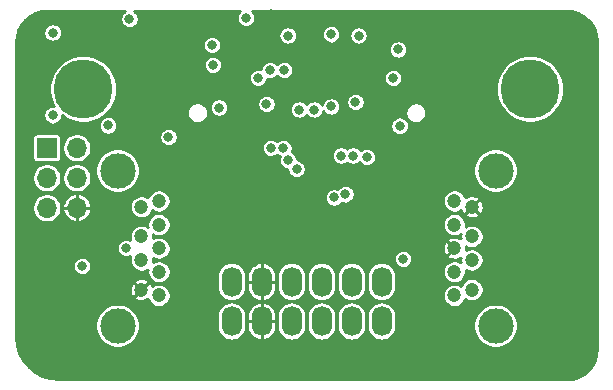
<source format=gbr>
%TF.GenerationSoftware,KiCad,Pcbnew,5.1.7-a382d34a8~88~ubuntu20.04.1*%
%TF.CreationDate,2020-12-12T08:47:46-08:00*%
%TF.ProjectId,syzygy-serdes-breakout,73797a79-6779-42d7-9365-726465732d62,rev?*%
%TF.SameCoordinates,Original*%
%TF.FileFunction,Copper,L2,Inr*%
%TF.FilePolarity,Positive*%
%FSLAX46Y46*%
G04 Gerber Fmt 4.6, Leading zero omitted, Abs format (unit mm)*
G04 Created by KiCad (PCBNEW 5.1.7-a382d34a8~88~ubuntu20.04.1) date 2020-12-12 08:47:46*
%MOMM*%
%LPD*%
G01*
G04 APERTURE LIST*
%TA.AperFunction,ComponentPad*%
%ADD10O,1.700000X1.700000*%
%TD*%
%TA.AperFunction,ComponentPad*%
%ADD11R,1.700000X1.700000*%
%TD*%
%TA.AperFunction,ComponentPad*%
%ADD12C,3.000000*%
%TD*%
%TA.AperFunction,ComponentPad*%
%ADD13C,1.200000*%
%TD*%
%TA.AperFunction,ComponentPad*%
%ADD14O,1.700000X2.540000*%
%TD*%
%TA.AperFunction,ViaPad*%
%ADD15C,5.000000*%
%TD*%
%TA.AperFunction,ViaPad*%
%ADD16C,0.800000*%
%TD*%
%TA.AperFunction,Conductor*%
%ADD17C,0.254000*%
%TD*%
%TA.AperFunction,Conductor*%
%ADD18C,0.100000*%
%TD*%
G04 APERTURE END LIST*
D10*
%TO.N,GND*%
%TO.C,J5*%
X80540000Y-110080000D03*
%TO.N,/PMCU_RESET*%
X78000000Y-110080000D03*
%TO.N,/PMCU_MOSI*%
X80540000Y-107540000D03*
%TO.N,/PMCU_SCK*%
X78000000Y-107540000D03*
%TO.N,+3V3*%
X80540000Y-105000000D03*
D11*
%TO.N,/PMCU_MISO*%
X78000000Y-105000000D03*
%TD*%
D12*
%TO.N,/SHIELD0*%
%TO.C,J4*%
X84000000Y-120070000D03*
X84000000Y-106930000D03*
D13*
%TO.N,/RX0_P*%
X87500000Y-109500000D03*
%TO.N,/RX0_N*%
X87500000Y-111500000D03*
%TO.N,/DRAIN*%
X87500000Y-113500000D03*
%TO.N,/TX0_P*%
X87500000Y-115500000D03*
%TO.N,/TX0_N*%
X87500000Y-117500000D03*
%TO.N,GND*%
X86000000Y-117000000D03*
%TO.N,/REFCLK_P*%
X86000000Y-114500000D03*
%TO.N,/REFCLK_N*%
X86000000Y-112500000D03*
%TO.N,/WAKE*%
X86000000Y-110000000D03*
%TD*%
D14*
%TO.N,VCC*%
%TO.C,J3*%
X93650000Y-119670000D03*
X93650000Y-116330000D03*
%TO.N,GND*%
X96190000Y-119670000D03*
X96190000Y-116330000D03*
%TO.N,/S2*%
X98730000Y-119670000D03*
%TO.N,/S4*%
X98730000Y-116330000D03*
%TO.N,/S3*%
X101270000Y-119670000D03*
%TO.N,/S5*%
X101270000Y-116330000D03*
%TO.N,/S6*%
X103810000Y-119670000D03*
%TO.N,/S8*%
X103810000Y-116330000D03*
%TO.N,/S7*%
X106350000Y-119670000D03*
%TO.N,/S9*%
X106350000Y-116330000D03*
%TD*%
D12*
%TO.N,/SHIELD1*%
%TO.C,J2*%
X116000000Y-106930000D03*
X116000000Y-120070000D03*
D13*
%TO.N,/TX1_P*%
X112500000Y-117500000D03*
%TO.N,/TX1_N*%
X112500000Y-115500000D03*
%TO.N,GND*%
X112500000Y-113500000D03*
%TO.N,/RX1_P*%
X112500000Y-111500000D03*
%TO.N,/RX1_N*%
X112500000Y-109500000D03*
%TO.N,GND*%
X114000000Y-110000000D03*
%TO.N,/S0_P*%
X114000000Y-112500000D03*
%TO.N,/S0_N*%
X114000000Y-114500000D03*
%TO.N,Net-(J2-Pad1)*%
X114000000Y-117000000D03*
%TD*%
D15*
%TO.N,*%
X81090000Y-100000000D03*
X118910000Y-100000000D03*
D16*
X78500000Y-95250000D03*
%TO.N,+3V3*%
X94870000Y-94000000D03*
X85000000Y-94075020D03*
X107760000Y-96670000D03*
X81000000Y-115000000D03*
X78500000Y-102250000D03*
%TO.N,/S15*%
X104400000Y-95500000D03*
%TO.N,/S14*%
X105100000Y-105800000D03*
%TO.N,/S13*%
X102087102Y-95390199D03*
%TO.N,/S12*%
X103937340Y-105662660D03*
%TO.N,/S11*%
X98400000Y-95500000D03*
%TO.N,/S10*%
X102904087Y-105654727D03*
%TO.N,/S9*%
X102085930Y-101501250D03*
%TO.N,/S8*%
X103290000Y-108940000D03*
%TO.N,/S7*%
X100659675Y-101764996D03*
%TO.N,/S6*%
X102325716Y-109204913D03*
%TO.N,/S5*%
X96603393Y-101272340D03*
%TO.N,/S4*%
X99150000Y-106770000D03*
%TO.N,/S3*%
X95878383Y-99070010D03*
%TO.N,/S2*%
X98442899Y-106062870D03*
%TO.N,/REFCLK_N*%
X98026500Y-105000000D03*
%TO.N,/REFCLK_P*%
X96973500Y-105000000D03*
%TO.N,/R_GA*%
X92000000Y-96300000D03*
%TO.N,+5V*%
X92060000Y-97970000D03*
X107330000Y-99079998D03*
%TO.N,GND*%
X116800000Y-95000000D03*
X111250000Y-114500000D03*
X110250000Y-114500000D03*
X109500000Y-114750000D03*
X109500000Y-112250000D03*
X110500000Y-112500000D03*
X111500000Y-112250000D03*
X110250000Y-111500000D03*
X91000000Y-96000000D03*
X101100000Y-94900000D03*
X99300000Y-94900000D03*
X100200000Y-94900000D03*
X103000000Y-94900000D03*
X105300000Y-94900000D03*
X106200000Y-94900000D03*
X107100000Y-94900000D03*
X97000000Y-93660000D03*
X85000000Y-98000000D03*
X89000000Y-111750000D03*
X89750000Y-111000000D03*
X90500000Y-110250000D03*
X91250000Y-109500000D03*
X92000000Y-108750000D03*
X92750000Y-108000000D03*
X93500000Y-107250000D03*
X94250000Y-106500000D03*
X88750000Y-108500000D03*
X89500000Y-107750000D03*
X90250000Y-107000000D03*
X91000000Y-106250000D03*
X84500000Y-117500000D03*
X84500000Y-115500000D03*
X79250000Y-117500000D03*
X78250000Y-117500000D03*
X77500000Y-117000000D03*
X76750000Y-116250000D03*
X76250000Y-115500000D03*
X79250000Y-115500000D03*
X78500000Y-115000000D03*
X77750000Y-114250000D03*
X77250000Y-113500000D03*
X77000000Y-112750000D03*
X77000000Y-111750000D03*
X77250000Y-102250000D03*
X77250000Y-101250000D03*
X77250000Y-100250000D03*
X77250000Y-99250000D03*
X79250000Y-97250000D03*
X80000000Y-96500000D03*
X91000000Y-112500000D03*
X90250000Y-113250000D03*
X91750000Y-111750000D03*
X93000000Y-111750000D03*
X93750000Y-111000000D03*
X94500000Y-110250000D03*
X95250000Y-109500000D03*
X95000000Y-108250000D03*
X95750000Y-107500000D03*
X89500000Y-114000000D03*
X88750000Y-114750000D03*
X105000000Y-107500000D03*
X105000000Y-111500000D03*
X104250000Y-111500000D03*
X98400000Y-109750000D03*
X96750000Y-108250000D03*
X97250000Y-106000000D03*
X94250000Y-105750000D03*
X109500000Y-109500000D03*
X110750000Y-109500000D03*
X117200000Y-117600000D03*
X118000000Y-117600000D03*
X118800000Y-117600000D03*
X119600000Y-117600000D03*
X120400000Y-117600000D03*
X121200000Y-117600000D03*
X122000000Y-117400000D03*
X122600000Y-116800000D03*
X123200000Y-116200000D03*
X123800000Y-115600000D03*
X124000000Y-114800000D03*
X124000000Y-114000000D03*
X124000000Y-113200000D03*
X124000000Y-112400000D03*
X124000000Y-111600000D03*
X124000000Y-110800000D03*
X124000000Y-110000000D03*
X124000000Y-109200000D03*
X124000000Y-108400000D03*
X124000000Y-107600000D03*
X124000000Y-106800000D03*
X124000000Y-106000000D03*
X124000000Y-105200000D03*
X124000000Y-104400000D03*
X124000000Y-103600000D03*
X124000000Y-102800000D03*
X124000000Y-102000000D03*
X124000000Y-101200000D03*
X124000000Y-100400000D03*
X124000000Y-99600000D03*
X124000000Y-98800000D03*
X123400000Y-98000000D03*
X112400000Y-95000000D03*
X111600000Y-95000000D03*
X117200000Y-115400000D03*
X118000000Y-115400000D03*
X118800000Y-115400000D03*
X119600000Y-115400000D03*
X120400000Y-115400000D03*
X121200000Y-115400000D03*
X121800000Y-114800000D03*
X122000000Y-114000000D03*
X122000000Y-113200000D03*
X122000000Y-112400000D03*
X122000000Y-111600000D03*
X122000000Y-110800000D03*
X122000000Y-110000000D03*
X122000000Y-109200000D03*
X122000000Y-108400000D03*
X122000000Y-107600000D03*
X122000000Y-106800000D03*
X122000000Y-106000000D03*
X122000000Y-105200000D03*
X122000000Y-104400000D03*
X122000000Y-103600000D03*
X122000000Y-102800000D03*
X122000000Y-102000000D03*
X122000000Y-101200000D03*
X119000000Y-96600000D03*
%TO.N,/DRAIN*%
X84700000Y-113500000D03*
%TO.N,VCC*%
X108180000Y-114400000D03*
X107880000Y-103130000D03*
X99380000Y-101760000D03*
X104140000Y-101110000D03*
%TO.N,/PMCU_MOSI*%
X88300000Y-104100000D03*
%TO.N,/PMCU_SCK*%
X83200000Y-103100000D03*
X92600000Y-101600000D03*
%TO.N,/S0_N*%
X96900000Y-98400000D03*
%TO.N,/S0_P*%
X98100000Y-98400000D03*
%TD*%
D17*
%TO.N,GND*%
X84502141Y-93468378D02*
X84393358Y-93577161D01*
X84307887Y-93705078D01*
X84249013Y-93847211D01*
X84219000Y-93998098D01*
X84219000Y-94151942D01*
X84249013Y-94302829D01*
X84307887Y-94444962D01*
X84393358Y-94572879D01*
X84502141Y-94681662D01*
X84630058Y-94767133D01*
X84772191Y-94826007D01*
X84923078Y-94856020D01*
X85076922Y-94856020D01*
X85227809Y-94826007D01*
X85369942Y-94767133D01*
X85497859Y-94681662D01*
X85606642Y-94572879D01*
X85692113Y-94444962D01*
X85750987Y-94302829D01*
X85781000Y-94151942D01*
X85781000Y-93998098D01*
X85750987Y-93847211D01*
X85692113Y-93705078D01*
X85606642Y-93577161D01*
X85497859Y-93468378D01*
X85404503Y-93406000D01*
X94359499Y-93406000D01*
X94263358Y-93502141D01*
X94177887Y-93630058D01*
X94119013Y-93772191D01*
X94089000Y-93923078D01*
X94089000Y-94076922D01*
X94119013Y-94227809D01*
X94177887Y-94369942D01*
X94263358Y-94497859D01*
X94372141Y-94606642D01*
X94500058Y-94692113D01*
X94642191Y-94750987D01*
X94793078Y-94781000D01*
X94946922Y-94781000D01*
X95097809Y-94750987D01*
X95239942Y-94692113D01*
X95367859Y-94606642D01*
X95476642Y-94497859D01*
X95562113Y-94369942D01*
X95620987Y-94227809D01*
X95651000Y-94076922D01*
X95651000Y-93923078D01*
X95620987Y-93772191D01*
X95562113Y-93630058D01*
X95476642Y-93502141D01*
X95380501Y-93406000D01*
X121980146Y-93406000D01*
X122503463Y-93457312D01*
X122987756Y-93603529D01*
X123434422Y-93841025D01*
X123826450Y-94160755D01*
X124148907Y-94550539D01*
X124389518Y-94995540D01*
X124539111Y-95478796D01*
X124594000Y-96001029D01*
X124594001Y-121980136D01*
X124542688Y-122503464D01*
X124396472Y-122987756D01*
X124158975Y-123434422D01*
X123839245Y-123826450D01*
X123449458Y-124148910D01*
X123004460Y-124389518D01*
X122521205Y-124539111D01*
X121998971Y-124594000D01*
X79019854Y-124594000D01*
X78302304Y-124523644D01*
X77631172Y-124321017D01*
X77012186Y-123991896D01*
X76468916Y-123548815D01*
X76022054Y-123008652D01*
X75688619Y-122391977D01*
X75481314Y-121722284D01*
X75406024Y-121005947D01*
X75406000Y-120999166D01*
X75406000Y-119884738D01*
X82119000Y-119884738D01*
X82119000Y-120255262D01*
X82191286Y-120618667D01*
X82333080Y-120960987D01*
X82538932Y-121269067D01*
X82800933Y-121531068D01*
X83109013Y-121736920D01*
X83451333Y-121878714D01*
X83814738Y-121951000D01*
X84185262Y-121951000D01*
X84548667Y-121878714D01*
X84890987Y-121736920D01*
X85199067Y-121531068D01*
X85461068Y-121269067D01*
X85666920Y-120960987D01*
X85808714Y-120618667D01*
X85881000Y-120255262D01*
X85881000Y-119884738D01*
X85808714Y-119521333D01*
X85671276Y-119189528D01*
X92419000Y-119189528D01*
X92419000Y-120150471D01*
X92436812Y-120331317D01*
X92507202Y-120563362D01*
X92621509Y-120777215D01*
X92775340Y-120964660D01*
X92962784Y-121118491D01*
X93176637Y-121232798D01*
X93408682Y-121303188D01*
X93650000Y-121326956D01*
X93891317Y-121303188D01*
X94123362Y-121232798D01*
X94337215Y-121118491D01*
X94524660Y-120964660D01*
X94678491Y-120777216D01*
X94792798Y-120563363D01*
X94863188Y-120331318D01*
X94881000Y-120150472D01*
X94881000Y-119670500D01*
X94959000Y-119670500D01*
X94959000Y-120090500D01*
X94982751Y-120330647D01*
X95052896Y-120561546D01*
X95166739Y-120774323D01*
X95319905Y-120960802D01*
X95506509Y-121113817D01*
X95719379Y-121227487D01*
X95950335Y-121297444D01*
X95996935Y-121305766D01*
X96189500Y-121225750D01*
X96189500Y-119670500D01*
X96190500Y-119670500D01*
X96190500Y-121225750D01*
X96383065Y-121305766D01*
X96429665Y-121297444D01*
X96660621Y-121227487D01*
X96873491Y-121113817D01*
X97060095Y-120960802D01*
X97213261Y-120774323D01*
X97327104Y-120561546D01*
X97397249Y-120330647D01*
X97421000Y-120090500D01*
X97421000Y-119670500D01*
X96190500Y-119670500D01*
X96189500Y-119670500D01*
X94959000Y-119670500D01*
X94881000Y-119670500D01*
X94881000Y-119249500D01*
X94959000Y-119249500D01*
X94959000Y-119669500D01*
X96189500Y-119669500D01*
X96189500Y-118114250D01*
X96190500Y-118114250D01*
X96190500Y-119669500D01*
X97421000Y-119669500D01*
X97421000Y-119249500D01*
X97415069Y-119189528D01*
X97499000Y-119189528D01*
X97499000Y-120150471D01*
X97516812Y-120331317D01*
X97587202Y-120563362D01*
X97701509Y-120777215D01*
X97855340Y-120964660D01*
X98042784Y-121118491D01*
X98256637Y-121232798D01*
X98488682Y-121303188D01*
X98730000Y-121326956D01*
X98971317Y-121303188D01*
X99203362Y-121232798D01*
X99417215Y-121118491D01*
X99604660Y-120964660D01*
X99758491Y-120777216D01*
X99872798Y-120563363D01*
X99943188Y-120331318D01*
X99961000Y-120150472D01*
X99961000Y-119189529D01*
X99961000Y-119189528D01*
X100039000Y-119189528D01*
X100039000Y-120150471D01*
X100056812Y-120331317D01*
X100127202Y-120563362D01*
X100241509Y-120777215D01*
X100395340Y-120964660D01*
X100582784Y-121118491D01*
X100796637Y-121232798D01*
X101028682Y-121303188D01*
X101270000Y-121326956D01*
X101511317Y-121303188D01*
X101743362Y-121232798D01*
X101957215Y-121118491D01*
X102144660Y-120964660D01*
X102298491Y-120777216D01*
X102412798Y-120563363D01*
X102483188Y-120331318D01*
X102501000Y-120150472D01*
X102501000Y-119189529D01*
X102501000Y-119189528D01*
X102579000Y-119189528D01*
X102579000Y-120150471D01*
X102596812Y-120331317D01*
X102667202Y-120563362D01*
X102781509Y-120777215D01*
X102935340Y-120964660D01*
X103122784Y-121118491D01*
X103336637Y-121232798D01*
X103568682Y-121303188D01*
X103810000Y-121326956D01*
X104051317Y-121303188D01*
X104283362Y-121232798D01*
X104497215Y-121118491D01*
X104684660Y-120964660D01*
X104838491Y-120777216D01*
X104952798Y-120563363D01*
X105023188Y-120331318D01*
X105041000Y-120150472D01*
X105041000Y-119189529D01*
X105041000Y-119189528D01*
X105119000Y-119189528D01*
X105119000Y-120150471D01*
X105136812Y-120331317D01*
X105207202Y-120563362D01*
X105321509Y-120777215D01*
X105475340Y-120964660D01*
X105662784Y-121118491D01*
X105876637Y-121232798D01*
X106108682Y-121303188D01*
X106350000Y-121326956D01*
X106591317Y-121303188D01*
X106823362Y-121232798D01*
X107037215Y-121118491D01*
X107224660Y-120964660D01*
X107378491Y-120777216D01*
X107492798Y-120563363D01*
X107563188Y-120331318D01*
X107581000Y-120150472D01*
X107581000Y-119884738D01*
X114119000Y-119884738D01*
X114119000Y-120255262D01*
X114191286Y-120618667D01*
X114333080Y-120960987D01*
X114538932Y-121269067D01*
X114800933Y-121531068D01*
X115109013Y-121736920D01*
X115451333Y-121878714D01*
X115814738Y-121951000D01*
X116185262Y-121951000D01*
X116548667Y-121878714D01*
X116890987Y-121736920D01*
X117199067Y-121531068D01*
X117461068Y-121269067D01*
X117666920Y-120960987D01*
X117808714Y-120618667D01*
X117881000Y-120255262D01*
X117881000Y-119884738D01*
X117808714Y-119521333D01*
X117666920Y-119179013D01*
X117461068Y-118870933D01*
X117199067Y-118608932D01*
X116890987Y-118403080D01*
X116548667Y-118261286D01*
X116185262Y-118189000D01*
X115814738Y-118189000D01*
X115451333Y-118261286D01*
X115109013Y-118403080D01*
X114800933Y-118608932D01*
X114538932Y-118870933D01*
X114333080Y-119179013D01*
X114191286Y-119521333D01*
X114119000Y-119884738D01*
X107581000Y-119884738D01*
X107581000Y-119189529D01*
X107563188Y-119008682D01*
X107492798Y-118776637D01*
X107378491Y-118562784D01*
X107224660Y-118375340D01*
X107037216Y-118221509D01*
X106823363Y-118107202D01*
X106591318Y-118036812D01*
X106350000Y-118013044D01*
X106108683Y-118036812D01*
X105876638Y-118107202D01*
X105662785Y-118221509D01*
X105475341Y-118375340D01*
X105321510Y-118562784D01*
X105207202Y-118776637D01*
X105136812Y-119008682D01*
X105119000Y-119189528D01*
X105041000Y-119189528D01*
X105023188Y-119008682D01*
X104952798Y-118776637D01*
X104838491Y-118562784D01*
X104684660Y-118375340D01*
X104497216Y-118221509D01*
X104283363Y-118107202D01*
X104051318Y-118036812D01*
X103810000Y-118013044D01*
X103568683Y-118036812D01*
X103336638Y-118107202D01*
X103122785Y-118221509D01*
X102935341Y-118375340D01*
X102781510Y-118562784D01*
X102667202Y-118776637D01*
X102596812Y-119008682D01*
X102579000Y-119189528D01*
X102501000Y-119189528D01*
X102483188Y-119008682D01*
X102412798Y-118776637D01*
X102298491Y-118562784D01*
X102144660Y-118375340D01*
X101957216Y-118221509D01*
X101743363Y-118107202D01*
X101511318Y-118036812D01*
X101270000Y-118013044D01*
X101028683Y-118036812D01*
X100796638Y-118107202D01*
X100582785Y-118221509D01*
X100395341Y-118375340D01*
X100241510Y-118562784D01*
X100127202Y-118776637D01*
X100056812Y-119008682D01*
X100039000Y-119189528D01*
X99961000Y-119189528D01*
X99943188Y-119008682D01*
X99872798Y-118776637D01*
X99758491Y-118562784D01*
X99604660Y-118375340D01*
X99417216Y-118221509D01*
X99203363Y-118107202D01*
X98971318Y-118036812D01*
X98730000Y-118013044D01*
X98488683Y-118036812D01*
X98256638Y-118107202D01*
X98042785Y-118221509D01*
X97855341Y-118375340D01*
X97701510Y-118562784D01*
X97587202Y-118776637D01*
X97516812Y-119008682D01*
X97499000Y-119189528D01*
X97415069Y-119189528D01*
X97397249Y-119009353D01*
X97327104Y-118778454D01*
X97213261Y-118565677D01*
X97060095Y-118379198D01*
X96873491Y-118226183D01*
X96660621Y-118112513D01*
X96429665Y-118042556D01*
X96383065Y-118034234D01*
X96190500Y-118114250D01*
X96189500Y-118114250D01*
X95996935Y-118034234D01*
X95950335Y-118042556D01*
X95719379Y-118112513D01*
X95506509Y-118226183D01*
X95319905Y-118379198D01*
X95166739Y-118565677D01*
X95052896Y-118778454D01*
X94982751Y-119009353D01*
X94959000Y-119249500D01*
X94881000Y-119249500D01*
X94881000Y-119189529D01*
X94863188Y-119008682D01*
X94792798Y-118776637D01*
X94678491Y-118562784D01*
X94524660Y-118375340D01*
X94337216Y-118221509D01*
X94123363Y-118107202D01*
X93891318Y-118036812D01*
X93650000Y-118013044D01*
X93408683Y-118036812D01*
X93176638Y-118107202D01*
X92962785Y-118221509D01*
X92775341Y-118375340D01*
X92621510Y-118562784D01*
X92507202Y-118776637D01*
X92436812Y-119008682D01*
X92419000Y-119189528D01*
X85671276Y-119189528D01*
X85666920Y-119179013D01*
X85461068Y-118870933D01*
X85199067Y-118608932D01*
X84890987Y-118403080D01*
X84548667Y-118261286D01*
X84185262Y-118189000D01*
X83814738Y-118189000D01*
X83451333Y-118261286D01*
X83109013Y-118403080D01*
X82800933Y-118608932D01*
X82538932Y-118870933D01*
X82333080Y-119179013D01*
X82191286Y-119521333D01*
X82119000Y-119884738D01*
X75406000Y-119884738D01*
X75406000Y-117630030D01*
X85370677Y-117630030D01*
X85420997Y-117797780D01*
X85587761Y-117895409D01*
X85770368Y-117958628D01*
X85961799Y-117985008D01*
X86154698Y-117973533D01*
X86341653Y-117924647D01*
X86515478Y-117840227D01*
X86565308Y-117806931D01*
X86630649Y-117964678D01*
X86738007Y-118125351D01*
X86874649Y-118261993D01*
X87035322Y-118369351D01*
X87213853Y-118443301D01*
X87403380Y-118481000D01*
X87596620Y-118481000D01*
X87786147Y-118443301D01*
X87964678Y-118369351D01*
X88125351Y-118261993D01*
X88261993Y-118125351D01*
X88369351Y-117964678D01*
X88443301Y-117786147D01*
X88481000Y-117596620D01*
X88481000Y-117403380D01*
X88443301Y-117213853D01*
X88369351Y-117035322D01*
X88261993Y-116874649D01*
X88125351Y-116738007D01*
X87964678Y-116630649D01*
X87786147Y-116556699D01*
X87596620Y-116519000D01*
X87403380Y-116519000D01*
X87213853Y-116556699D01*
X87035322Y-116630649D01*
X86934943Y-116697720D01*
X86924647Y-116658347D01*
X86840227Y-116484522D01*
X86797780Y-116420997D01*
X86630030Y-116370677D01*
X86000707Y-117000000D01*
X86014850Y-117014143D01*
X86014143Y-117014850D01*
X86000000Y-117000707D01*
X85370677Y-117630030D01*
X75406000Y-117630030D01*
X75406000Y-116961799D01*
X85014992Y-116961799D01*
X85026467Y-117154698D01*
X85075353Y-117341653D01*
X85159773Y-117515478D01*
X85202220Y-117579003D01*
X85369970Y-117629323D01*
X85999293Y-117000000D01*
X85369970Y-116370677D01*
X85202220Y-116420997D01*
X85104591Y-116587761D01*
X85041372Y-116770368D01*
X85014992Y-116961799D01*
X75406000Y-116961799D01*
X75406000Y-116369970D01*
X85370677Y-116369970D01*
X86000000Y-116999293D01*
X86629323Y-116369970D01*
X86579003Y-116202220D01*
X86412239Y-116104591D01*
X86229632Y-116041372D01*
X86038201Y-116014992D01*
X85845302Y-116026467D01*
X85658347Y-116075353D01*
X85484522Y-116159773D01*
X85420997Y-116202220D01*
X85370677Y-116369970D01*
X75406000Y-116369970D01*
X75406000Y-114923078D01*
X80219000Y-114923078D01*
X80219000Y-115076922D01*
X80249013Y-115227809D01*
X80307887Y-115369942D01*
X80393358Y-115497859D01*
X80502141Y-115606642D01*
X80630058Y-115692113D01*
X80772191Y-115750987D01*
X80923078Y-115781000D01*
X81076922Y-115781000D01*
X81227809Y-115750987D01*
X81369942Y-115692113D01*
X81497859Y-115606642D01*
X81606642Y-115497859D01*
X81692113Y-115369942D01*
X81750987Y-115227809D01*
X81781000Y-115076922D01*
X81781000Y-114923078D01*
X81750987Y-114772191D01*
X81692113Y-114630058D01*
X81606642Y-114502141D01*
X81497859Y-114393358D01*
X81369942Y-114307887D01*
X81227809Y-114249013D01*
X81076922Y-114219000D01*
X80923078Y-114219000D01*
X80772191Y-114249013D01*
X80630058Y-114307887D01*
X80502141Y-114393358D01*
X80393358Y-114502141D01*
X80307887Y-114630058D01*
X80249013Y-114772191D01*
X80219000Y-114923078D01*
X75406000Y-114923078D01*
X75406000Y-113423078D01*
X83919000Y-113423078D01*
X83919000Y-113576922D01*
X83949013Y-113727809D01*
X84007887Y-113869942D01*
X84093358Y-113997859D01*
X84202141Y-114106642D01*
X84330058Y-114192113D01*
X84472191Y-114250987D01*
X84623078Y-114281000D01*
X84776922Y-114281000D01*
X84927809Y-114250987D01*
X85064826Y-114194232D01*
X85056699Y-114213853D01*
X85019000Y-114403380D01*
X85019000Y-114596620D01*
X85056699Y-114786147D01*
X85130649Y-114964678D01*
X85238007Y-115125351D01*
X85374649Y-115261993D01*
X85535322Y-115369351D01*
X85713853Y-115443301D01*
X85903380Y-115481000D01*
X86096620Y-115481000D01*
X86286147Y-115443301D01*
X86464678Y-115369351D01*
X86535133Y-115322275D01*
X86519000Y-115403380D01*
X86519000Y-115596620D01*
X86556699Y-115786147D01*
X86630649Y-115964678D01*
X86738007Y-116125351D01*
X86874649Y-116261993D01*
X87035322Y-116369351D01*
X87213853Y-116443301D01*
X87403380Y-116481000D01*
X87596620Y-116481000D01*
X87786147Y-116443301D01*
X87964678Y-116369351D01*
X88125351Y-116261993D01*
X88261993Y-116125351D01*
X88369351Y-115964678D01*
X88417047Y-115849528D01*
X92419000Y-115849528D01*
X92419000Y-116810471D01*
X92436812Y-116991317D01*
X92507202Y-117223362D01*
X92621509Y-117437215D01*
X92775340Y-117624660D01*
X92962784Y-117778491D01*
X93176637Y-117892798D01*
X93408682Y-117963188D01*
X93650000Y-117986956D01*
X93891317Y-117963188D01*
X94123362Y-117892798D01*
X94337215Y-117778491D01*
X94524660Y-117624660D01*
X94678491Y-117437216D01*
X94792798Y-117223363D01*
X94863188Y-116991318D01*
X94881000Y-116810472D01*
X94881000Y-116330500D01*
X94959000Y-116330500D01*
X94959000Y-116750500D01*
X94982751Y-116990647D01*
X95052896Y-117221546D01*
X95166739Y-117434323D01*
X95319905Y-117620802D01*
X95506509Y-117773817D01*
X95719379Y-117887487D01*
X95950335Y-117957444D01*
X95996935Y-117965766D01*
X96189500Y-117885750D01*
X96189500Y-116330500D01*
X96190500Y-116330500D01*
X96190500Y-117885750D01*
X96383065Y-117965766D01*
X96429665Y-117957444D01*
X96660621Y-117887487D01*
X96873491Y-117773817D01*
X97060095Y-117620802D01*
X97213261Y-117434323D01*
X97327104Y-117221546D01*
X97397249Y-116990647D01*
X97421000Y-116750500D01*
X97421000Y-116330500D01*
X96190500Y-116330500D01*
X96189500Y-116330500D01*
X94959000Y-116330500D01*
X94881000Y-116330500D01*
X94881000Y-115909500D01*
X94959000Y-115909500D01*
X94959000Y-116329500D01*
X96189500Y-116329500D01*
X96189500Y-114774250D01*
X96190500Y-114774250D01*
X96190500Y-116329500D01*
X97421000Y-116329500D01*
X97421000Y-115909500D01*
X97415069Y-115849528D01*
X97499000Y-115849528D01*
X97499000Y-116810471D01*
X97516812Y-116991317D01*
X97587202Y-117223362D01*
X97701509Y-117437215D01*
X97855340Y-117624660D01*
X98042784Y-117778491D01*
X98256637Y-117892798D01*
X98488682Y-117963188D01*
X98730000Y-117986956D01*
X98971317Y-117963188D01*
X99203362Y-117892798D01*
X99417215Y-117778491D01*
X99604660Y-117624660D01*
X99758491Y-117437216D01*
X99872798Y-117223363D01*
X99943188Y-116991318D01*
X99961000Y-116810472D01*
X99961000Y-115849529D01*
X99961000Y-115849528D01*
X100039000Y-115849528D01*
X100039000Y-116810471D01*
X100056812Y-116991317D01*
X100127202Y-117223362D01*
X100241509Y-117437215D01*
X100395340Y-117624660D01*
X100582784Y-117778491D01*
X100796637Y-117892798D01*
X101028682Y-117963188D01*
X101270000Y-117986956D01*
X101511317Y-117963188D01*
X101743362Y-117892798D01*
X101957215Y-117778491D01*
X102144660Y-117624660D01*
X102298491Y-117437216D01*
X102412798Y-117223363D01*
X102483188Y-116991318D01*
X102501000Y-116810472D01*
X102501000Y-115849529D01*
X102501000Y-115849528D01*
X102579000Y-115849528D01*
X102579000Y-116810471D01*
X102596812Y-116991317D01*
X102667202Y-117223362D01*
X102781509Y-117437215D01*
X102935340Y-117624660D01*
X103122784Y-117778491D01*
X103336637Y-117892798D01*
X103568682Y-117963188D01*
X103810000Y-117986956D01*
X104051317Y-117963188D01*
X104283362Y-117892798D01*
X104497215Y-117778491D01*
X104684660Y-117624660D01*
X104838491Y-117437216D01*
X104952798Y-117223363D01*
X105023188Y-116991318D01*
X105041000Y-116810472D01*
X105041000Y-115849529D01*
X105041000Y-115849528D01*
X105119000Y-115849528D01*
X105119000Y-116810471D01*
X105136812Y-116991317D01*
X105207202Y-117223362D01*
X105321509Y-117437215D01*
X105475340Y-117624660D01*
X105662784Y-117778491D01*
X105876637Y-117892798D01*
X106108682Y-117963188D01*
X106350000Y-117986956D01*
X106591317Y-117963188D01*
X106823362Y-117892798D01*
X107037215Y-117778491D01*
X107224660Y-117624660D01*
X107378491Y-117437216D01*
X107396576Y-117403380D01*
X111519000Y-117403380D01*
X111519000Y-117596620D01*
X111556699Y-117786147D01*
X111630649Y-117964678D01*
X111738007Y-118125351D01*
X111874649Y-118261993D01*
X112035322Y-118369351D01*
X112213853Y-118443301D01*
X112403380Y-118481000D01*
X112596620Y-118481000D01*
X112786147Y-118443301D01*
X112964678Y-118369351D01*
X113125351Y-118261993D01*
X113261993Y-118125351D01*
X113369351Y-117964678D01*
X113436255Y-117803157D01*
X113535322Y-117869351D01*
X113713853Y-117943301D01*
X113903380Y-117981000D01*
X114096620Y-117981000D01*
X114286147Y-117943301D01*
X114464678Y-117869351D01*
X114625351Y-117761993D01*
X114761993Y-117625351D01*
X114869351Y-117464678D01*
X114943301Y-117286147D01*
X114981000Y-117096620D01*
X114981000Y-116903380D01*
X114943301Y-116713853D01*
X114869351Y-116535322D01*
X114761993Y-116374649D01*
X114625351Y-116238007D01*
X114464678Y-116130649D01*
X114286147Y-116056699D01*
X114096620Y-116019000D01*
X113903380Y-116019000D01*
X113713853Y-116056699D01*
X113535322Y-116130649D01*
X113374649Y-116238007D01*
X113238007Y-116374649D01*
X113130649Y-116535322D01*
X113063745Y-116696843D01*
X112964678Y-116630649D01*
X112786147Y-116556699D01*
X112596620Y-116519000D01*
X112403380Y-116519000D01*
X112213853Y-116556699D01*
X112035322Y-116630649D01*
X111874649Y-116738007D01*
X111738007Y-116874649D01*
X111630649Y-117035322D01*
X111556699Y-117213853D01*
X111519000Y-117403380D01*
X107396576Y-117403380D01*
X107492798Y-117223363D01*
X107563188Y-116991318D01*
X107581000Y-116810472D01*
X107581000Y-115849529D01*
X107563188Y-115668682D01*
X107492798Y-115436637D01*
X107378491Y-115222784D01*
X107224660Y-115035340D01*
X107037216Y-114881509D01*
X106823363Y-114767202D01*
X106591318Y-114696812D01*
X106350000Y-114673044D01*
X106108683Y-114696812D01*
X105876638Y-114767202D01*
X105662785Y-114881509D01*
X105475341Y-115035340D01*
X105321510Y-115222784D01*
X105207202Y-115436637D01*
X105136812Y-115668682D01*
X105119000Y-115849528D01*
X105041000Y-115849528D01*
X105023188Y-115668682D01*
X104952798Y-115436637D01*
X104838491Y-115222784D01*
X104684660Y-115035340D01*
X104497216Y-114881509D01*
X104283363Y-114767202D01*
X104051318Y-114696812D01*
X103810000Y-114673044D01*
X103568683Y-114696812D01*
X103336638Y-114767202D01*
X103122785Y-114881509D01*
X102935341Y-115035340D01*
X102781510Y-115222784D01*
X102667202Y-115436637D01*
X102596812Y-115668682D01*
X102579000Y-115849528D01*
X102501000Y-115849528D01*
X102483188Y-115668682D01*
X102412798Y-115436637D01*
X102298491Y-115222784D01*
X102144660Y-115035340D01*
X101957216Y-114881509D01*
X101743363Y-114767202D01*
X101511318Y-114696812D01*
X101270000Y-114673044D01*
X101028683Y-114696812D01*
X100796638Y-114767202D01*
X100582785Y-114881509D01*
X100395341Y-115035340D01*
X100241510Y-115222784D01*
X100127202Y-115436637D01*
X100056812Y-115668682D01*
X100039000Y-115849528D01*
X99961000Y-115849528D01*
X99943188Y-115668682D01*
X99872798Y-115436637D01*
X99758491Y-115222784D01*
X99604660Y-115035340D01*
X99417216Y-114881509D01*
X99203363Y-114767202D01*
X98971318Y-114696812D01*
X98730000Y-114673044D01*
X98488683Y-114696812D01*
X98256638Y-114767202D01*
X98042785Y-114881509D01*
X97855341Y-115035340D01*
X97701510Y-115222784D01*
X97587202Y-115436637D01*
X97516812Y-115668682D01*
X97499000Y-115849528D01*
X97415069Y-115849528D01*
X97397249Y-115669353D01*
X97327104Y-115438454D01*
X97213261Y-115225677D01*
X97060095Y-115039198D01*
X96873491Y-114886183D01*
X96660621Y-114772513D01*
X96429665Y-114702556D01*
X96383065Y-114694234D01*
X96190500Y-114774250D01*
X96189500Y-114774250D01*
X95996935Y-114694234D01*
X95950335Y-114702556D01*
X95719379Y-114772513D01*
X95506509Y-114886183D01*
X95319905Y-115039198D01*
X95166739Y-115225677D01*
X95052896Y-115438454D01*
X94982751Y-115669353D01*
X94959000Y-115909500D01*
X94881000Y-115909500D01*
X94881000Y-115849529D01*
X94863188Y-115668682D01*
X94792798Y-115436637D01*
X94678491Y-115222784D01*
X94524660Y-115035340D01*
X94337216Y-114881509D01*
X94123363Y-114767202D01*
X93891318Y-114696812D01*
X93650000Y-114673044D01*
X93408683Y-114696812D01*
X93176638Y-114767202D01*
X92962785Y-114881509D01*
X92775341Y-115035340D01*
X92621510Y-115222784D01*
X92507202Y-115436637D01*
X92436812Y-115668682D01*
X92419000Y-115849528D01*
X88417047Y-115849528D01*
X88443301Y-115786147D01*
X88481000Y-115596620D01*
X88481000Y-115403380D01*
X88443301Y-115213853D01*
X88369351Y-115035322D01*
X88261993Y-114874649D01*
X88125351Y-114738007D01*
X87964678Y-114630649D01*
X87786147Y-114556699D01*
X87596620Y-114519000D01*
X87403380Y-114519000D01*
X87213853Y-114556699D01*
X87035322Y-114630649D01*
X86964867Y-114677725D01*
X86981000Y-114596620D01*
X86981000Y-114403380D01*
X86964867Y-114322275D01*
X87035322Y-114369351D01*
X87213853Y-114443301D01*
X87403380Y-114481000D01*
X87596620Y-114481000D01*
X87786147Y-114443301D01*
X87964678Y-114369351D01*
X88033930Y-114323078D01*
X107399000Y-114323078D01*
X107399000Y-114476922D01*
X107429013Y-114627809D01*
X107487887Y-114769942D01*
X107573358Y-114897859D01*
X107682141Y-115006642D01*
X107810058Y-115092113D01*
X107952191Y-115150987D01*
X108103078Y-115181000D01*
X108256922Y-115181000D01*
X108407809Y-115150987D01*
X108549942Y-115092113D01*
X108677859Y-115006642D01*
X108786642Y-114897859D01*
X108872113Y-114769942D01*
X108930987Y-114627809D01*
X108961000Y-114476922D01*
X108961000Y-114323078D01*
X108930987Y-114172191D01*
X108872113Y-114030058D01*
X108786642Y-113902141D01*
X108677859Y-113793358D01*
X108549942Y-113707887D01*
X108407809Y-113649013D01*
X108256922Y-113619000D01*
X108103078Y-113619000D01*
X107952191Y-113649013D01*
X107810058Y-113707887D01*
X107682141Y-113793358D01*
X107573358Y-113902141D01*
X107487887Y-114030058D01*
X107429013Y-114172191D01*
X107399000Y-114323078D01*
X88033930Y-114323078D01*
X88125351Y-114261993D01*
X88261993Y-114125351D01*
X88369351Y-113964678D01*
X88443301Y-113786147D01*
X88481000Y-113596620D01*
X88481000Y-113461799D01*
X111514992Y-113461799D01*
X111526467Y-113654698D01*
X111575353Y-113841653D01*
X111659773Y-114015478D01*
X111702220Y-114079003D01*
X111869970Y-114129323D01*
X112499293Y-113500000D01*
X111869970Y-112870677D01*
X111702220Y-112920997D01*
X111604591Y-113087761D01*
X111541372Y-113270368D01*
X111514992Y-113461799D01*
X88481000Y-113461799D01*
X88481000Y-113403380D01*
X88443301Y-113213853D01*
X88369351Y-113035322D01*
X88261993Y-112874649D01*
X88125351Y-112738007D01*
X87964678Y-112630649D01*
X87786147Y-112556699D01*
X87596620Y-112519000D01*
X87403380Y-112519000D01*
X87213853Y-112556699D01*
X87035322Y-112630649D01*
X86964867Y-112677725D01*
X86981000Y-112596620D01*
X86981000Y-112403380D01*
X86964867Y-112322275D01*
X87035322Y-112369351D01*
X87213853Y-112443301D01*
X87403380Y-112481000D01*
X87596620Y-112481000D01*
X87786147Y-112443301D01*
X87964678Y-112369351D01*
X88125351Y-112261993D01*
X88261993Y-112125351D01*
X88369351Y-111964678D01*
X88443301Y-111786147D01*
X88481000Y-111596620D01*
X88481000Y-111403380D01*
X111519000Y-111403380D01*
X111519000Y-111596620D01*
X111556699Y-111786147D01*
X111630649Y-111964678D01*
X111738007Y-112125351D01*
X111874649Y-112261993D01*
X112035322Y-112369351D01*
X112213853Y-112443301D01*
X112403380Y-112481000D01*
X112596620Y-112481000D01*
X112786147Y-112443301D01*
X112964678Y-112369351D01*
X113035133Y-112322275D01*
X113019000Y-112403380D01*
X113019000Y-112596620D01*
X113034865Y-112676380D01*
X112912239Y-112604591D01*
X112729632Y-112541372D01*
X112538201Y-112514992D01*
X112345302Y-112526467D01*
X112158347Y-112575353D01*
X111984522Y-112659773D01*
X111920997Y-112702220D01*
X111870677Y-112869970D01*
X112500000Y-113499293D01*
X112514143Y-113485151D01*
X112514850Y-113485858D01*
X112500707Y-113500000D01*
X112514850Y-113514143D01*
X112514143Y-113514850D01*
X112500000Y-113500707D01*
X111870677Y-114130030D01*
X111920997Y-114297780D01*
X112087761Y-114395409D01*
X112270368Y-114458628D01*
X112461799Y-114485008D01*
X112654698Y-114473533D01*
X112841653Y-114424647D01*
X113015478Y-114340227D01*
X113034027Y-114327833D01*
X113019000Y-114403380D01*
X113019000Y-114596620D01*
X113035133Y-114677725D01*
X112964678Y-114630649D01*
X112786147Y-114556699D01*
X112596620Y-114519000D01*
X112403380Y-114519000D01*
X112213853Y-114556699D01*
X112035322Y-114630649D01*
X111874649Y-114738007D01*
X111738007Y-114874649D01*
X111630649Y-115035322D01*
X111556699Y-115213853D01*
X111519000Y-115403380D01*
X111519000Y-115596620D01*
X111556699Y-115786147D01*
X111630649Y-115964678D01*
X111738007Y-116125351D01*
X111874649Y-116261993D01*
X112035322Y-116369351D01*
X112213853Y-116443301D01*
X112403380Y-116481000D01*
X112596620Y-116481000D01*
X112786147Y-116443301D01*
X112964678Y-116369351D01*
X113125351Y-116261993D01*
X113261993Y-116125351D01*
X113369351Y-115964678D01*
X113443301Y-115786147D01*
X113481000Y-115596620D01*
X113481000Y-115403380D01*
X113464867Y-115322275D01*
X113535322Y-115369351D01*
X113713853Y-115443301D01*
X113903380Y-115481000D01*
X114096620Y-115481000D01*
X114286147Y-115443301D01*
X114464678Y-115369351D01*
X114625351Y-115261993D01*
X114761993Y-115125351D01*
X114869351Y-114964678D01*
X114943301Y-114786147D01*
X114981000Y-114596620D01*
X114981000Y-114403380D01*
X114943301Y-114213853D01*
X114869351Y-114035322D01*
X114761993Y-113874649D01*
X114625351Y-113738007D01*
X114464678Y-113630649D01*
X114286147Y-113556699D01*
X114096620Y-113519000D01*
X113903380Y-113519000D01*
X113713853Y-113556699D01*
X113535322Y-113630649D01*
X113465874Y-113677053D01*
X113485008Y-113538201D01*
X113473533Y-113345302D01*
X113468072Y-113324416D01*
X113535322Y-113369351D01*
X113713853Y-113443301D01*
X113903380Y-113481000D01*
X114096620Y-113481000D01*
X114286147Y-113443301D01*
X114464678Y-113369351D01*
X114625351Y-113261993D01*
X114761993Y-113125351D01*
X114869351Y-112964678D01*
X114943301Y-112786147D01*
X114981000Y-112596620D01*
X114981000Y-112403380D01*
X114943301Y-112213853D01*
X114869351Y-112035322D01*
X114761993Y-111874649D01*
X114625351Y-111738007D01*
X114464678Y-111630649D01*
X114286147Y-111556699D01*
X114096620Y-111519000D01*
X113903380Y-111519000D01*
X113713853Y-111556699D01*
X113535322Y-111630649D01*
X113464867Y-111677725D01*
X113481000Y-111596620D01*
X113481000Y-111403380D01*
X113443301Y-111213853D01*
X113369351Y-111035322D01*
X113261993Y-110874649D01*
X113125351Y-110738007D01*
X112964678Y-110630649D01*
X112963184Y-110630030D01*
X113370677Y-110630030D01*
X113420997Y-110797780D01*
X113587761Y-110895409D01*
X113770368Y-110958628D01*
X113961799Y-110985008D01*
X114154698Y-110973533D01*
X114341653Y-110924647D01*
X114515478Y-110840227D01*
X114579003Y-110797780D01*
X114629323Y-110630030D01*
X114000000Y-110000707D01*
X113370677Y-110630030D01*
X112963184Y-110630030D01*
X112786147Y-110556699D01*
X112596620Y-110519000D01*
X112403380Y-110519000D01*
X112213853Y-110556699D01*
X112035322Y-110630649D01*
X111874649Y-110738007D01*
X111738007Y-110874649D01*
X111630649Y-111035322D01*
X111556699Y-111213853D01*
X111519000Y-111403380D01*
X88481000Y-111403380D01*
X88443301Y-111213853D01*
X88369351Y-111035322D01*
X88261993Y-110874649D01*
X88125351Y-110738007D01*
X87964678Y-110630649D01*
X87786147Y-110556699D01*
X87596620Y-110519000D01*
X87403380Y-110519000D01*
X87213853Y-110556699D01*
X87035322Y-110630649D01*
X86874649Y-110738007D01*
X86738007Y-110874649D01*
X86630649Y-111035322D01*
X86556699Y-111213853D01*
X86519000Y-111403380D01*
X86519000Y-111596620D01*
X86535133Y-111677725D01*
X86464678Y-111630649D01*
X86286147Y-111556699D01*
X86096620Y-111519000D01*
X85903380Y-111519000D01*
X85713853Y-111556699D01*
X85535322Y-111630649D01*
X85374649Y-111738007D01*
X85238007Y-111874649D01*
X85130649Y-112035322D01*
X85056699Y-112213853D01*
X85019000Y-112403380D01*
X85019000Y-112596620D01*
X85056699Y-112786147D01*
X85064826Y-112805768D01*
X84927809Y-112749013D01*
X84776922Y-112719000D01*
X84623078Y-112719000D01*
X84472191Y-112749013D01*
X84330058Y-112807887D01*
X84202141Y-112893358D01*
X84093358Y-113002141D01*
X84007887Y-113130058D01*
X83949013Y-113272191D01*
X83919000Y-113423078D01*
X75406000Y-113423078D01*
X75406000Y-109958757D01*
X76769000Y-109958757D01*
X76769000Y-110201243D01*
X76816307Y-110439069D01*
X76909102Y-110663097D01*
X77043820Y-110864717D01*
X77215283Y-111036180D01*
X77416903Y-111170898D01*
X77640931Y-111263693D01*
X77878757Y-111311000D01*
X78121243Y-111311000D01*
X78359069Y-111263693D01*
X78583097Y-111170898D01*
X78784717Y-111036180D01*
X78956180Y-110864717D01*
X79090898Y-110663097D01*
X79183693Y-110439069D01*
X79216713Y-110273065D01*
X79324234Y-110273065D01*
X79342896Y-110366885D01*
X79421866Y-110594916D01*
X79543806Y-110803159D01*
X79704029Y-110983611D01*
X79896378Y-111129338D01*
X80113461Y-111234740D01*
X80346935Y-111295766D01*
X80539500Y-111215750D01*
X80539500Y-110080500D01*
X80540500Y-110080500D01*
X80540500Y-111215750D01*
X80733065Y-111295766D01*
X80966539Y-111234740D01*
X81183622Y-111129338D01*
X81375971Y-110983611D01*
X81536194Y-110803159D01*
X81658134Y-110594916D01*
X81737104Y-110366885D01*
X81755766Y-110273065D01*
X81675750Y-110080500D01*
X80540500Y-110080500D01*
X80539500Y-110080500D01*
X79404250Y-110080500D01*
X79324234Y-110273065D01*
X79216713Y-110273065D01*
X79231000Y-110201243D01*
X79231000Y-109958757D01*
X79216714Y-109886935D01*
X79324234Y-109886935D01*
X79404250Y-110079500D01*
X80539500Y-110079500D01*
X80539500Y-108944250D01*
X80540500Y-108944250D01*
X80540500Y-110079500D01*
X81675750Y-110079500D01*
X81748932Y-109903380D01*
X85019000Y-109903380D01*
X85019000Y-110096620D01*
X85056699Y-110286147D01*
X85130649Y-110464678D01*
X85238007Y-110625351D01*
X85374649Y-110761993D01*
X85535322Y-110869351D01*
X85713853Y-110943301D01*
X85903380Y-110981000D01*
X86096620Y-110981000D01*
X86286147Y-110943301D01*
X86464678Y-110869351D01*
X86625351Y-110761993D01*
X86761993Y-110625351D01*
X86869351Y-110464678D01*
X86936255Y-110303157D01*
X87035322Y-110369351D01*
X87213853Y-110443301D01*
X87403380Y-110481000D01*
X87596620Y-110481000D01*
X87786147Y-110443301D01*
X87964678Y-110369351D01*
X88125351Y-110261993D01*
X88261993Y-110125351D01*
X88369351Y-109964678D01*
X88443301Y-109786147D01*
X88481000Y-109596620D01*
X88481000Y-109403380D01*
X88443301Y-109213853D01*
X88407736Y-109127991D01*
X101544716Y-109127991D01*
X101544716Y-109281835D01*
X101574729Y-109432722D01*
X101633603Y-109574855D01*
X101719074Y-109702772D01*
X101827857Y-109811555D01*
X101955774Y-109897026D01*
X102097907Y-109955900D01*
X102248794Y-109985913D01*
X102402638Y-109985913D01*
X102553525Y-109955900D01*
X102695658Y-109897026D01*
X102823575Y-109811555D01*
X102932358Y-109702772D01*
X102966670Y-109651420D01*
X103062191Y-109690987D01*
X103213078Y-109721000D01*
X103366922Y-109721000D01*
X103517809Y-109690987D01*
X103659942Y-109632113D01*
X103787859Y-109546642D01*
X103896642Y-109437859D01*
X103919680Y-109403380D01*
X111519000Y-109403380D01*
X111519000Y-109596620D01*
X111556699Y-109786147D01*
X111630649Y-109964678D01*
X111738007Y-110125351D01*
X111874649Y-110261993D01*
X112035322Y-110369351D01*
X112213853Y-110443301D01*
X112403380Y-110481000D01*
X112596620Y-110481000D01*
X112786147Y-110443301D01*
X112964678Y-110369351D01*
X113065057Y-110302280D01*
X113075353Y-110341653D01*
X113159773Y-110515478D01*
X113202220Y-110579003D01*
X113369970Y-110629323D01*
X113999293Y-110000000D01*
X114000707Y-110000000D01*
X114630030Y-110629323D01*
X114797780Y-110579003D01*
X114895409Y-110412239D01*
X114958628Y-110229632D01*
X114985008Y-110038201D01*
X114973533Y-109845302D01*
X114924647Y-109658347D01*
X114840227Y-109484522D01*
X114797780Y-109420997D01*
X114630030Y-109370677D01*
X114000707Y-110000000D01*
X113999293Y-110000000D01*
X113985151Y-109985858D01*
X113985858Y-109985151D01*
X114000000Y-109999293D01*
X114629323Y-109369970D01*
X114579003Y-109202220D01*
X114412239Y-109104591D01*
X114229632Y-109041372D01*
X114038201Y-109014992D01*
X113845302Y-109026467D01*
X113658347Y-109075353D01*
X113484522Y-109159773D01*
X113434692Y-109193069D01*
X113369351Y-109035322D01*
X113261993Y-108874649D01*
X113125351Y-108738007D01*
X112964678Y-108630649D01*
X112786147Y-108556699D01*
X112596620Y-108519000D01*
X112403380Y-108519000D01*
X112213853Y-108556699D01*
X112035322Y-108630649D01*
X111874649Y-108738007D01*
X111738007Y-108874649D01*
X111630649Y-109035322D01*
X111556699Y-109213853D01*
X111519000Y-109403380D01*
X103919680Y-109403380D01*
X103982113Y-109309942D01*
X104040987Y-109167809D01*
X104071000Y-109016922D01*
X104071000Y-108863078D01*
X104040987Y-108712191D01*
X103982113Y-108570058D01*
X103896642Y-108442141D01*
X103787859Y-108333358D01*
X103659942Y-108247887D01*
X103517809Y-108189013D01*
X103366922Y-108159000D01*
X103213078Y-108159000D01*
X103062191Y-108189013D01*
X102920058Y-108247887D01*
X102792141Y-108333358D01*
X102683358Y-108442141D01*
X102649046Y-108493493D01*
X102553525Y-108453926D01*
X102402638Y-108423913D01*
X102248794Y-108423913D01*
X102097907Y-108453926D01*
X101955774Y-108512800D01*
X101827857Y-108598271D01*
X101719074Y-108707054D01*
X101633603Y-108834971D01*
X101574729Y-108977104D01*
X101544716Y-109127991D01*
X88407736Y-109127991D01*
X88369351Y-109035322D01*
X88261993Y-108874649D01*
X88125351Y-108738007D01*
X87964678Y-108630649D01*
X87786147Y-108556699D01*
X87596620Y-108519000D01*
X87403380Y-108519000D01*
X87213853Y-108556699D01*
X87035322Y-108630649D01*
X86874649Y-108738007D01*
X86738007Y-108874649D01*
X86630649Y-109035322D01*
X86563745Y-109196843D01*
X86464678Y-109130649D01*
X86286147Y-109056699D01*
X86096620Y-109019000D01*
X85903380Y-109019000D01*
X85713853Y-109056699D01*
X85535322Y-109130649D01*
X85374649Y-109238007D01*
X85238007Y-109374649D01*
X85130649Y-109535322D01*
X85056699Y-109713853D01*
X85019000Y-109903380D01*
X81748932Y-109903380D01*
X81755766Y-109886935D01*
X81737104Y-109793115D01*
X81658134Y-109565084D01*
X81536194Y-109356841D01*
X81375971Y-109176389D01*
X81183622Y-109030662D01*
X80966539Y-108925260D01*
X80733065Y-108864234D01*
X80540500Y-108944250D01*
X80539500Y-108944250D01*
X80346935Y-108864234D01*
X80113461Y-108925260D01*
X79896378Y-109030662D01*
X79704029Y-109176389D01*
X79543806Y-109356841D01*
X79421866Y-109565084D01*
X79342896Y-109793115D01*
X79324234Y-109886935D01*
X79216714Y-109886935D01*
X79183693Y-109720931D01*
X79090898Y-109496903D01*
X78956180Y-109295283D01*
X78784717Y-109123820D01*
X78583097Y-108989102D01*
X78359069Y-108896307D01*
X78121243Y-108849000D01*
X77878757Y-108849000D01*
X77640931Y-108896307D01*
X77416903Y-108989102D01*
X77215283Y-109123820D01*
X77043820Y-109295283D01*
X76909102Y-109496903D01*
X76816307Y-109720931D01*
X76769000Y-109958757D01*
X75406000Y-109958757D01*
X75406000Y-107418757D01*
X76769000Y-107418757D01*
X76769000Y-107661243D01*
X76816307Y-107899069D01*
X76909102Y-108123097D01*
X77043820Y-108324717D01*
X77215283Y-108496180D01*
X77416903Y-108630898D01*
X77640931Y-108723693D01*
X77878757Y-108771000D01*
X78121243Y-108771000D01*
X78359069Y-108723693D01*
X78583097Y-108630898D01*
X78784717Y-108496180D01*
X78956180Y-108324717D01*
X79090898Y-108123097D01*
X79183693Y-107899069D01*
X79231000Y-107661243D01*
X79231000Y-107418757D01*
X79309000Y-107418757D01*
X79309000Y-107661243D01*
X79356307Y-107899069D01*
X79449102Y-108123097D01*
X79583820Y-108324717D01*
X79755283Y-108496180D01*
X79956903Y-108630898D01*
X80180931Y-108723693D01*
X80418757Y-108771000D01*
X80661243Y-108771000D01*
X80899069Y-108723693D01*
X81123097Y-108630898D01*
X81324717Y-108496180D01*
X81496180Y-108324717D01*
X81630898Y-108123097D01*
X81723693Y-107899069D01*
X81771000Y-107661243D01*
X81771000Y-107418757D01*
X81723693Y-107180931D01*
X81630898Y-106956903D01*
X81496180Y-106755283D01*
X81485635Y-106744738D01*
X82119000Y-106744738D01*
X82119000Y-107115262D01*
X82191286Y-107478667D01*
X82333080Y-107820987D01*
X82538932Y-108129067D01*
X82800933Y-108391068D01*
X83109013Y-108596920D01*
X83451333Y-108738714D01*
X83814738Y-108811000D01*
X84185262Y-108811000D01*
X84548667Y-108738714D01*
X84890987Y-108596920D01*
X85199067Y-108391068D01*
X85461068Y-108129067D01*
X85666920Y-107820987D01*
X85808714Y-107478667D01*
X85881000Y-107115262D01*
X85881000Y-106744738D01*
X85808714Y-106381333D01*
X85666920Y-106039013D01*
X85461068Y-105730933D01*
X85199067Y-105468932D01*
X84890987Y-105263080D01*
X84548667Y-105121286D01*
X84185262Y-105049000D01*
X83814738Y-105049000D01*
X83451333Y-105121286D01*
X83109013Y-105263080D01*
X82800933Y-105468932D01*
X82538932Y-105730933D01*
X82333080Y-106039013D01*
X82191286Y-106381333D01*
X82119000Y-106744738D01*
X81485635Y-106744738D01*
X81324717Y-106583820D01*
X81123097Y-106449102D01*
X80899069Y-106356307D01*
X80661243Y-106309000D01*
X80418757Y-106309000D01*
X80180931Y-106356307D01*
X79956903Y-106449102D01*
X79755283Y-106583820D01*
X79583820Y-106755283D01*
X79449102Y-106956903D01*
X79356307Y-107180931D01*
X79309000Y-107418757D01*
X79231000Y-107418757D01*
X79183693Y-107180931D01*
X79090898Y-106956903D01*
X78956180Y-106755283D01*
X78784717Y-106583820D01*
X78583097Y-106449102D01*
X78359069Y-106356307D01*
X78121243Y-106309000D01*
X77878757Y-106309000D01*
X77640931Y-106356307D01*
X77416903Y-106449102D01*
X77215283Y-106583820D01*
X77043820Y-106755283D01*
X76909102Y-106956903D01*
X76816307Y-107180931D01*
X76769000Y-107418757D01*
X75406000Y-107418757D01*
X75406000Y-104150000D01*
X76767157Y-104150000D01*
X76767157Y-105850000D01*
X76774513Y-105924689D01*
X76796299Y-105996508D01*
X76831678Y-106062696D01*
X76879289Y-106120711D01*
X76937304Y-106168322D01*
X77003492Y-106203701D01*
X77075311Y-106225487D01*
X77150000Y-106232843D01*
X78850000Y-106232843D01*
X78924689Y-106225487D01*
X78996508Y-106203701D01*
X79062696Y-106168322D01*
X79120711Y-106120711D01*
X79168322Y-106062696D01*
X79203701Y-105996508D01*
X79225487Y-105924689D01*
X79232843Y-105850000D01*
X79232843Y-104878757D01*
X79309000Y-104878757D01*
X79309000Y-105121243D01*
X79356307Y-105359069D01*
X79449102Y-105583097D01*
X79583820Y-105784717D01*
X79755283Y-105956180D01*
X79956903Y-106090898D01*
X80180931Y-106183693D01*
X80418757Y-106231000D01*
X80661243Y-106231000D01*
X80899069Y-106183693D01*
X81123097Y-106090898D01*
X81324717Y-105956180D01*
X81496180Y-105784717D01*
X81630898Y-105583097D01*
X81723693Y-105359069D01*
X81771000Y-105121243D01*
X81771000Y-104923078D01*
X96192500Y-104923078D01*
X96192500Y-105076922D01*
X96222513Y-105227809D01*
X96281387Y-105369942D01*
X96366858Y-105497859D01*
X96475641Y-105606642D01*
X96603558Y-105692113D01*
X96745691Y-105750987D01*
X96896578Y-105781000D01*
X97050422Y-105781000D01*
X97201309Y-105750987D01*
X97343442Y-105692113D01*
X97471359Y-105606642D01*
X97500000Y-105578001D01*
X97528641Y-105606642D01*
X97656558Y-105692113D01*
X97737275Y-105725547D01*
X97691912Y-105835061D01*
X97661899Y-105985948D01*
X97661899Y-106139792D01*
X97691912Y-106290679D01*
X97750786Y-106432812D01*
X97836257Y-106560729D01*
X97945040Y-106669512D01*
X98072957Y-106754983D01*
X98215090Y-106813857D01*
X98365977Y-106843870D01*
X98369000Y-106843870D01*
X98369000Y-106846922D01*
X98399013Y-106997809D01*
X98457887Y-107139942D01*
X98543358Y-107267859D01*
X98652141Y-107376642D01*
X98780058Y-107462113D01*
X98922191Y-107520987D01*
X99073078Y-107551000D01*
X99226922Y-107551000D01*
X99377809Y-107520987D01*
X99519942Y-107462113D01*
X99647859Y-107376642D01*
X99756642Y-107267859D01*
X99842113Y-107139942D01*
X99900987Y-106997809D01*
X99931000Y-106846922D01*
X99931000Y-106744738D01*
X114119000Y-106744738D01*
X114119000Y-107115262D01*
X114191286Y-107478667D01*
X114333080Y-107820987D01*
X114538932Y-108129067D01*
X114800933Y-108391068D01*
X115109013Y-108596920D01*
X115451333Y-108738714D01*
X115814738Y-108811000D01*
X116185262Y-108811000D01*
X116548667Y-108738714D01*
X116890987Y-108596920D01*
X117199067Y-108391068D01*
X117461068Y-108129067D01*
X117666920Y-107820987D01*
X117808714Y-107478667D01*
X117881000Y-107115262D01*
X117881000Y-106744738D01*
X117808714Y-106381333D01*
X117666920Y-106039013D01*
X117461068Y-105730933D01*
X117199067Y-105468932D01*
X116890987Y-105263080D01*
X116548667Y-105121286D01*
X116185262Y-105049000D01*
X115814738Y-105049000D01*
X115451333Y-105121286D01*
X115109013Y-105263080D01*
X114800933Y-105468932D01*
X114538932Y-105730933D01*
X114333080Y-106039013D01*
X114191286Y-106381333D01*
X114119000Y-106744738D01*
X99931000Y-106744738D01*
X99931000Y-106693078D01*
X99900987Y-106542191D01*
X99842113Y-106400058D01*
X99756642Y-106272141D01*
X99647859Y-106163358D01*
X99519942Y-106077887D01*
X99377809Y-106019013D01*
X99226922Y-105989000D01*
X99223899Y-105989000D01*
X99223899Y-105985948D01*
X99193886Y-105835061D01*
X99135012Y-105692928D01*
X99058090Y-105577805D01*
X102123087Y-105577805D01*
X102123087Y-105731649D01*
X102153100Y-105882536D01*
X102211974Y-106024669D01*
X102297445Y-106152586D01*
X102406228Y-106261369D01*
X102534145Y-106346840D01*
X102676278Y-106405714D01*
X102827165Y-106435727D01*
X102981009Y-106435727D01*
X103131896Y-106405714D01*
X103274029Y-106346840D01*
X103401946Y-106261369D01*
X103416747Y-106246568D01*
X103439481Y-106269302D01*
X103567398Y-106354773D01*
X103709531Y-106413647D01*
X103860418Y-106443660D01*
X104014262Y-106443660D01*
X104165149Y-106413647D01*
X104307282Y-106354773D01*
X104435199Y-106269302D01*
X104458625Y-106245876D01*
X104493358Y-106297859D01*
X104602141Y-106406642D01*
X104730058Y-106492113D01*
X104872191Y-106550987D01*
X105023078Y-106581000D01*
X105176922Y-106581000D01*
X105327809Y-106550987D01*
X105469942Y-106492113D01*
X105597859Y-106406642D01*
X105706642Y-106297859D01*
X105792113Y-106169942D01*
X105850987Y-106027809D01*
X105881000Y-105876922D01*
X105881000Y-105723078D01*
X105850987Y-105572191D01*
X105792113Y-105430058D01*
X105706642Y-105302141D01*
X105597859Y-105193358D01*
X105469942Y-105107887D01*
X105327809Y-105049013D01*
X105176922Y-105019000D01*
X105023078Y-105019000D01*
X104872191Y-105049013D01*
X104730058Y-105107887D01*
X104602141Y-105193358D01*
X104578715Y-105216784D01*
X104543982Y-105164801D01*
X104435199Y-105056018D01*
X104307282Y-104970547D01*
X104165149Y-104911673D01*
X104014262Y-104881660D01*
X103860418Y-104881660D01*
X103709531Y-104911673D01*
X103567398Y-104970547D01*
X103439481Y-105056018D01*
X103424680Y-105070819D01*
X103401946Y-105048085D01*
X103274029Y-104962614D01*
X103131896Y-104903740D01*
X102981009Y-104873727D01*
X102827165Y-104873727D01*
X102676278Y-104903740D01*
X102534145Y-104962614D01*
X102406228Y-105048085D01*
X102297445Y-105156868D01*
X102211974Y-105284785D01*
X102153100Y-105426918D01*
X102123087Y-105577805D01*
X99058090Y-105577805D01*
X99049541Y-105565011D01*
X98940758Y-105456228D01*
X98812841Y-105370757D01*
X98732124Y-105337323D01*
X98777487Y-105227809D01*
X98807500Y-105076922D01*
X98807500Y-104923078D01*
X98777487Y-104772191D01*
X98718613Y-104630058D01*
X98633142Y-104502141D01*
X98524359Y-104393358D01*
X98396442Y-104307887D01*
X98254309Y-104249013D01*
X98103422Y-104219000D01*
X97949578Y-104219000D01*
X97798691Y-104249013D01*
X97656558Y-104307887D01*
X97528641Y-104393358D01*
X97500000Y-104421999D01*
X97471359Y-104393358D01*
X97343442Y-104307887D01*
X97201309Y-104249013D01*
X97050422Y-104219000D01*
X96896578Y-104219000D01*
X96745691Y-104249013D01*
X96603558Y-104307887D01*
X96475641Y-104393358D01*
X96366858Y-104502141D01*
X96281387Y-104630058D01*
X96222513Y-104772191D01*
X96192500Y-104923078D01*
X81771000Y-104923078D01*
X81771000Y-104878757D01*
X81723693Y-104640931D01*
X81630898Y-104416903D01*
X81496180Y-104215283D01*
X81324717Y-104043820D01*
X81293675Y-104023078D01*
X87519000Y-104023078D01*
X87519000Y-104176922D01*
X87549013Y-104327809D01*
X87607887Y-104469942D01*
X87693358Y-104597859D01*
X87802141Y-104706642D01*
X87930058Y-104792113D01*
X88072191Y-104850987D01*
X88223078Y-104881000D01*
X88376922Y-104881000D01*
X88527809Y-104850987D01*
X88669942Y-104792113D01*
X88797859Y-104706642D01*
X88906642Y-104597859D01*
X88992113Y-104469942D01*
X89050987Y-104327809D01*
X89081000Y-104176922D01*
X89081000Y-104023078D01*
X89050987Y-103872191D01*
X88992113Y-103730058D01*
X88906642Y-103602141D01*
X88797859Y-103493358D01*
X88669942Y-103407887D01*
X88527809Y-103349013D01*
X88376922Y-103319000D01*
X88223078Y-103319000D01*
X88072191Y-103349013D01*
X87930058Y-103407887D01*
X87802141Y-103493358D01*
X87693358Y-103602141D01*
X87607887Y-103730058D01*
X87549013Y-103872191D01*
X87519000Y-104023078D01*
X81293675Y-104023078D01*
X81123097Y-103909102D01*
X80899069Y-103816307D01*
X80661243Y-103769000D01*
X80418757Y-103769000D01*
X80180931Y-103816307D01*
X79956903Y-103909102D01*
X79755283Y-104043820D01*
X79583820Y-104215283D01*
X79449102Y-104416903D01*
X79356307Y-104640931D01*
X79309000Y-104878757D01*
X79232843Y-104878757D01*
X79232843Y-104150000D01*
X79225487Y-104075311D01*
X79203701Y-104003492D01*
X79168322Y-103937304D01*
X79120711Y-103879289D01*
X79062696Y-103831678D01*
X78996508Y-103796299D01*
X78924689Y-103774513D01*
X78850000Y-103767157D01*
X77150000Y-103767157D01*
X77075311Y-103774513D01*
X77003492Y-103796299D01*
X76937304Y-103831678D01*
X76879289Y-103879289D01*
X76831678Y-103937304D01*
X76796299Y-104003492D01*
X76774513Y-104075311D01*
X76767157Y-104150000D01*
X75406000Y-104150000D01*
X75406000Y-102173078D01*
X77719000Y-102173078D01*
X77719000Y-102326922D01*
X77749013Y-102477809D01*
X77807887Y-102619942D01*
X77893358Y-102747859D01*
X78002141Y-102856642D01*
X78130058Y-102942113D01*
X78272191Y-103000987D01*
X78423078Y-103031000D01*
X78576922Y-103031000D01*
X78616748Y-103023078D01*
X82419000Y-103023078D01*
X82419000Y-103176922D01*
X82449013Y-103327809D01*
X82507887Y-103469942D01*
X82593358Y-103597859D01*
X82702141Y-103706642D01*
X82830058Y-103792113D01*
X82972191Y-103850987D01*
X83123078Y-103881000D01*
X83276922Y-103881000D01*
X83427809Y-103850987D01*
X83569942Y-103792113D01*
X83697859Y-103706642D01*
X83806642Y-103597859D01*
X83892113Y-103469942D01*
X83950987Y-103327809D01*
X83981000Y-103176922D01*
X83981000Y-103053078D01*
X107099000Y-103053078D01*
X107099000Y-103206922D01*
X107129013Y-103357809D01*
X107187887Y-103499942D01*
X107273358Y-103627859D01*
X107382141Y-103736642D01*
X107510058Y-103822113D01*
X107652191Y-103880987D01*
X107803078Y-103911000D01*
X107956922Y-103911000D01*
X108107809Y-103880987D01*
X108249942Y-103822113D01*
X108377859Y-103736642D01*
X108486642Y-103627859D01*
X108572113Y-103499942D01*
X108630987Y-103357809D01*
X108661000Y-103206922D01*
X108661000Y-103053078D01*
X108630987Y-102902191D01*
X108572113Y-102760058D01*
X108486642Y-102632141D01*
X108377859Y-102523358D01*
X108249942Y-102437887D01*
X108107809Y-102379013D01*
X107956922Y-102349000D01*
X107803078Y-102349000D01*
X107652191Y-102379013D01*
X107510058Y-102437887D01*
X107382141Y-102523358D01*
X107273358Y-102632141D01*
X107187887Y-102760058D01*
X107129013Y-102902191D01*
X107099000Y-103053078D01*
X83981000Y-103053078D01*
X83981000Y-103023078D01*
X83950987Y-102872191D01*
X83892113Y-102730058D01*
X83806642Y-102602141D01*
X83697859Y-102493358D01*
X83569942Y-102407887D01*
X83427809Y-102349013D01*
X83276922Y-102319000D01*
X83123078Y-102319000D01*
X82972191Y-102349013D01*
X82830058Y-102407887D01*
X82702141Y-102493358D01*
X82593358Y-102602141D01*
X82507887Y-102730058D01*
X82449013Y-102872191D01*
X82419000Y-103023078D01*
X78616748Y-103023078D01*
X78727809Y-103000987D01*
X78869942Y-102942113D01*
X78997859Y-102856642D01*
X79106642Y-102747859D01*
X79192113Y-102619942D01*
X79250987Y-102477809D01*
X79281000Y-102326922D01*
X79281000Y-102256214D01*
X79725335Y-102553109D01*
X80249643Y-102770285D01*
X80806246Y-102881000D01*
X81373754Y-102881000D01*
X81930357Y-102770285D01*
X82454665Y-102553109D01*
X82926530Y-102237819D01*
X83222105Y-101942244D01*
X89869000Y-101942244D01*
X89869000Y-102117756D01*
X89903241Y-102289895D01*
X89970406Y-102452047D01*
X90067915Y-102597979D01*
X90192021Y-102722085D01*
X90337953Y-102819594D01*
X90500105Y-102886759D01*
X90672244Y-102921000D01*
X90847756Y-102921000D01*
X91019895Y-102886759D01*
X91182047Y-102819594D01*
X91327979Y-102722085D01*
X91452085Y-102597979D01*
X91549594Y-102452047D01*
X91616759Y-102289895D01*
X91651000Y-102117756D01*
X91651000Y-101942244D01*
X91616759Y-101770105D01*
X91549594Y-101607953D01*
X91492883Y-101523078D01*
X91819000Y-101523078D01*
X91819000Y-101676922D01*
X91849013Y-101827809D01*
X91907887Y-101969942D01*
X91993358Y-102097859D01*
X92102141Y-102206642D01*
X92230058Y-102292113D01*
X92372191Y-102350987D01*
X92523078Y-102381000D01*
X92676922Y-102381000D01*
X92827809Y-102350987D01*
X92969942Y-102292113D01*
X93097859Y-102206642D01*
X93206642Y-102097859D01*
X93292113Y-101969942D01*
X93350987Y-101827809D01*
X93381000Y-101676922D01*
X93381000Y-101523078D01*
X93350987Y-101372191D01*
X93292113Y-101230058D01*
X93268968Y-101195418D01*
X95822393Y-101195418D01*
X95822393Y-101349262D01*
X95852406Y-101500149D01*
X95911280Y-101642282D01*
X95996751Y-101770199D01*
X96105534Y-101878982D01*
X96233451Y-101964453D01*
X96375584Y-102023327D01*
X96526471Y-102053340D01*
X96680315Y-102053340D01*
X96831202Y-102023327D01*
X96973335Y-101964453D01*
X97101252Y-101878982D01*
X97210035Y-101770199D01*
X97268247Y-101683078D01*
X98599000Y-101683078D01*
X98599000Y-101836922D01*
X98629013Y-101987809D01*
X98687887Y-102129942D01*
X98773358Y-102257859D01*
X98882141Y-102366642D01*
X99010058Y-102452113D01*
X99152191Y-102510987D01*
X99303078Y-102541000D01*
X99456922Y-102541000D01*
X99607809Y-102510987D01*
X99749942Y-102452113D01*
X99877859Y-102366642D01*
X99986642Y-102257859D01*
X100018168Y-102210676D01*
X100053033Y-102262855D01*
X100161816Y-102371638D01*
X100289733Y-102457109D01*
X100431866Y-102515983D01*
X100582753Y-102545996D01*
X100736597Y-102545996D01*
X100887484Y-102515983D01*
X101029617Y-102457109D01*
X101157534Y-102371638D01*
X101266317Y-102262855D01*
X101351788Y-102134938D01*
X101410662Y-101992805D01*
X101425439Y-101918517D01*
X101479288Y-101999109D01*
X101588071Y-102107892D01*
X101715988Y-102193363D01*
X101858121Y-102252237D01*
X102009008Y-102282250D01*
X102162852Y-102282250D01*
X102313739Y-102252237D01*
X102455872Y-102193363D01*
X102583789Y-102107892D01*
X102692572Y-101999109D01*
X102730567Y-101942244D01*
X108349000Y-101942244D01*
X108349000Y-102117756D01*
X108383241Y-102289895D01*
X108450406Y-102452047D01*
X108547915Y-102597979D01*
X108672021Y-102722085D01*
X108817953Y-102819594D01*
X108980105Y-102886759D01*
X109152244Y-102921000D01*
X109327756Y-102921000D01*
X109499895Y-102886759D01*
X109662047Y-102819594D01*
X109807979Y-102722085D01*
X109932085Y-102597979D01*
X110029594Y-102452047D01*
X110096759Y-102289895D01*
X110131000Y-102117756D01*
X110131000Y-101942244D01*
X110096759Y-101770105D01*
X110029594Y-101607953D01*
X109932085Y-101462021D01*
X109807979Y-101337915D01*
X109662047Y-101240406D01*
X109499895Y-101173241D01*
X109327756Y-101139000D01*
X109152244Y-101139000D01*
X108980105Y-101173241D01*
X108817953Y-101240406D01*
X108672021Y-101337915D01*
X108547915Y-101462021D01*
X108450406Y-101607953D01*
X108383241Y-101770105D01*
X108349000Y-101942244D01*
X102730567Y-101942244D01*
X102778043Y-101871192D01*
X102836917Y-101729059D01*
X102866930Y-101578172D01*
X102866930Y-101424328D01*
X102836917Y-101273441D01*
X102778043Y-101131308D01*
X102712409Y-101033078D01*
X103359000Y-101033078D01*
X103359000Y-101186922D01*
X103389013Y-101337809D01*
X103447887Y-101479942D01*
X103533358Y-101607859D01*
X103642141Y-101716642D01*
X103770058Y-101802113D01*
X103912191Y-101860987D01*
X104063078Y-101891000D01*
X104216922Y-101891000D01*
X104367809Y-101860987D01*
X104509942Y-101802113D01*
X104637859Y-101716642D01*
X104746642Y-101607859D01*
X104832113Y-101479942D01*
X104890987Y-101337809D01*
X104921000Y-101186922D01*
X104921000Y-101033078D01*
X104890987Y-100882191D01*
X104832113Y-100740058D01*
X104746642Y-100612141D01*
X104637859Y-100503358D01*
X104509942Y-100417887D01*
X104367809Y-100359013D01*
X104216922Y-100329000D01*
X104063078Y-100329000D01*
X103912191Y-100359013D01*
X103770058Y-100417887D01*
X103642141Y-100503358D01*
X103533358Y-100612141D01*
X103447887Y-100740058D01*
X103389013Y-100882191D01*
X103359000Y-101033078D01*
X102712409Y-101033078D01*
X102692572Y-101003391D01*
X102583789Y-100894608D01*
X102455872Y-100809137D01*
X102313739Y-100750263D01*
X102162852Y-100720250D01*
X102009008Y-100720250D01*
X101858121Y-100750263D01*
X101715988Y-100809137D01*
X101588071Y-100894608D01*
X101479288Y-101003391D01*
X101393817Y-101131308D01*
X101334943Y-101273441D01*
X101320166Y-101347729D01*
X101266317Y-101267137D01*
X101157534Y-101158354D01*
X101029617Y-101072883D01*
X100887484Y-101014009D01*
X100736597Y-100983996D01*
X100582753Y-100983996D01*
X100431866Y-101014009D01*
X100289733Y-101072883D01*
X100161816Y-101158354D01*
X100053033Y-101267137D01*
X100021507Y-101314320D01*
X99986642Y-101262141D01*
X99877859Y-101153358D01*
X99749942Y-101067887D01*
X99607809Y-101009013D01*
X99456922Y-100979000D01*
X99303078Y-100979000D01*
X99152191Y-101009013D01*
X99010058Y-101067887D01*
X98882141Y-101153358D01*
X98773358Y-101262141D01*
X98687887Y-101390058D01*
X98629013Y-101532191D01*
X98599000Y-101683078D01*
X97268247Y-101683078D01*
X97295506Y-101642282D01*
X97354380Y-101500149D01*
X97384393Y-101349262D01*
X97384393Y-101195418D01*
X97354380Y-101044531D01*
X97295506Y-100902398D01*
X97210035Y-100774481D01*
X97101252Y-100665698D01*
X96973335Y-100580227D01*
X96831202Y-100521353D01*
X96680315Y-100491340D01*
X96526471Y-100491340D01*
X96375584Y-100521353D01*
X96233451Y-100580227D01*
X96105534Y-100665698D01*
X95996751Y-100774481D01*
X95911280Y-100902398D01*
X95852406Y-101044531D01*
X95822393Y-101195418D01*
X93268968Y-101195418D01*
X93206642Y-101102141D01*
X93097859Y-100993358D01*
X92969942Y-100907887D01*
X92827809Y-100849013D01*
X92676922Y-100819000D01*
X92523078Y-100819000D01*
X92372191Y-100849013D01*
X92230058Y-100907887D01*
X92102141Y-100993358D01*
X91993358Y-101102141D01*
X91907887Y-101230058D01*
X91849013Y-101372191D01*
X91819000Y-101523078D01*
X91492883Y-101523078D01*
X91452085Y-101462021D01*
X91327979Y-101337915D01*
X91182047Y-101240406D01*
X91019895Y-101173241D01*
X90847756Y-101139000D01*
X90672244Y-101139000D01*
X90500105Y-101173241D01*
X90337953Y-101240406D01*
X90192021Y-101337915D01*
X90067915Y-101462021D01*
X89970406Y-101607953D01*
X89903241Y-101770105D01*
X89869000Y-101942244D01*
X83222105Y-101942244D01*
X83327819Y-101836530D01*
X83643109Y-101364665D01*
X83860285Y-100840357D01*
X83971000Y-100283754D01*
X83971000Y-99716246D01*
X83860285Y-99159643D01*
X83791296Y-98993088D01*
X95097383Y-98993088D01*
X95097383Y-99146932D01*
X95127396Y-99297819D01*
X95186270Y-99439952D01*
X95271741Y-99567869D01*
X95380524Y-99676652D01*
X95508441Y-99762123D01*
X95650574Y-99820997D01*
X95801461Y-99851010D01*
X95955305Y-99851010D01*
X96106192Y-99820997D01*
X96248325Y-99762123D01*
X96376242Y-99676652D01*
X96485025Y-99567869D01*
X96570496Y-99439952D01*
X96629370Y-99297819D01*
X96659383Y-99146932D01*
X96659383Y-99145682D01*
X96672191Y-99150987D01*
X96823078Y-99181000D01*
X96976922Y-99181000D01*
X97127809Y-99150987D01*
X97269942Y-99092113D01*
X97397859Y-99006642D01*
X97500000Y-98904501D01*
X97602141Y-99006642D01*
X97730058Y-99092113D01*
X97872191Y-99150987D01*
X98023078Y-99181000D01*
X98176922Y-99181000D01*
X98327809Y-99150987D01*
X98469942Y-99092113D01*
X98597859Y-99006642D01*
X98601425Y-99003076D01*
X106549000Y-99003076D01*
X106549000Y-99156920D01*
X106579013Y-99307807D01*
X106637887Y-99449940D01*
X106723358Y-99577857D01*
X106832141Y-99686640D01*
X106960058Y-99772111D01*
X107102191Y-99830985D01*
X107253078Y-99860998D01*
X107406922Y-99860998D01*
X107557809Y-99830985D01*
X107699942Y-99772111D01*
X107783550Y-99716246D01*
X116029000Y-99716246D01*
X116029000Y-100283754D01*
X116139715Y-100840357D01*
X116356891Y-101364665D01*
X116672181Y-101836530D01*
X117073470Y-102237819D01*
X117545335Y-102553109D01*
X118069643Y-102770285D01*
X118626246Y-102881000D01*
X119193754Y-102881000D01*
X119750357Y-102770285D01*
X120274665Y-102553109D01*
X120746530Y-102237819D01*
X121147819Y-101836530D01*
X121463109Y-101364665D01*
X121680285Y-100840357D01*
X121791000Y-100283754D01*
X121791000Y-99716246D01*
X121680285Y-99159643D01*
X121463109Y-98635335D01*
X121147819Y-98163470D01*
X120746530Y-97762181D01*
X120274665Y-97446891D01*
X119750357Y-97229715D01*
X119193754Y-97119000D01*
X118626246Y-97119000D01*
X118069643Y-97229715D01*
X117545335Y-97446891D01*
X117073470Y-97762181D01*
X116672181Y-98163470D01*
X116356891Y-98635335D01*
X116139715Y-99159643D01*
X116029000Y-99716246D01*
X107783550Y-99716246D01*
X107827859Y-99686640D01*
X107936642Y-99577857D01*
X108022113Y-99449940D01*
X108080987Y-99307807D01*
X108111000Y-99156920D01*
X108111000Y-99003076D01*
X108080987Y-98852189D01*
X108022113Y-98710056D01*
X107936642Y-98582139D01*
X107827859Y-98473356D01*
X107699942Y-98387885D01*
X107557809Y-98329011D01*
X107406922Y-98298998D01*
X107253078Y-98298998D01*
X107102191Y-98329011D01*
X106960058Y-98387885D01*
X106832141Y-98473356D01*
X106723358Y-98582139D01*
X106637887Y-98710056D01*
X106579013Y-98852189D01*
X106549000Y-99003076D01*
X98601425Y-99003076D01*
X98706642Y-98897859D01*
X98792113Y-98769942D01*
X98850987Y-98627809D01*
X98881000Y-98476922D01*
X98881000Y-98323078D01*
X98850987Y-98172191D01*
X98792113Y-98030058D01*
X98706642Y-97902141D01*
X98597859Y-97793358D01*
X98469942Y-97707887D01*
X98327809Y-97649013D01*
X98176922Y-97619000D01*
X98023078Y-97619000D01*
X97872191Y-97649013D01*
X97730058Y-97707887D01*
X97602141Y-97793358D01*
X97500000Y-97895499D01*
X97397859Y-97793358D01*
X97269942Y-97707887D01*
X97127809Y-97649013D01*
X96976922Y-97619000D01*
X96823078Y-97619000D01*
X96672191Y-97649013D01*
X96530058Y-97707887D01*
X96402141Y-97793358D01*
X96293358Y-97902141D01*
X96207887Y-98030058D01*
X96149013Y-98172191D01*
X96119000Y-98323078D01*
X96119000Y-98324328D01*
X96106192Y-98319023D01*
X95955305Y-98289010D01*
X95801461Y-98289010D01*
X95650574Y-98319023D01*
X95508441Y-98377897D01*
X95380524Y-98463368D01*
X95271741Y-98572151D01*
X95186270Y-98700068D01*
X95127396Y-98842201D01*
X95097383Y-98993088D01*
X83791296Y-98993088D01*
X83643109Y-98635335D01*
X83327819Y-98163470D01*
X83057427Y-97893078D01*
X91279000Y-97893078D01*
X91279000Y-98046922D01*
X91309013Y-98197809D01*
X91367887Y-98339942D01*
X91453358Y-98467859D01*
X91562141Y-98576642D01*
X91690058Y-98662113D01*
X91832191Y-98720987D01*
X91983078Y-98751000D01*
X92136922Y-98751000D01*
X92287809Y-98720987D01*
X92429942Y-98662113D01*
X92557859Y-98576642D01*
X92666642Y-98467859D01*
X92752113Y-98339942D01*
X92810987Y-98197809D01*
X92841000Y-98046922D01*
X92841000Y-97893078D01*
X92810987Y-97742191D01*
X92752113Y-97600058D01*
X92666642Y-97472141D01*
X92557859Y-97363358D01*
X92429942Y-97277887D01*
X92287809Y-97219013D01*
X92136922Y-97189000D01*
X91983078Y-97189000D01*
X91832191Y-97219013D01*
X91690058Y-97277887D01*
X91562141Y-97363358D01*
X91453358Y-97472141D01*
X91367887Y-97600058D01*
X91309013Y-97742191D01*
X91279000Y-97893078D01*
X83057427Y-97893078D01*
X82926530Y-97762181D01*
X82454665Y-97446891D01*
X81930357Y-97229715D01*
X81373754Y-97119000D01*
X80806246Y-97119000D01*
X80249643Y-97229715D01*
X79725335Y-97446891D01*
X79253470Y-97762181D01*
X78852181Y-98163470D01*
X78536891Y-98635335D01*
X78319715Y-99159643D01*
X78209000Y-99716246D01*
X78209000Y-100283754D01*
X78319715Y-100840357D01*
X78536891Y-101364665D01*
X78611155Y-101475809D01*
X78576922Y-101469000D01*
X78423078Y-101469000D01*
X78272191Y-101499013D01*
X78130058Y-101557887D01*
X78002141Y-101643358D01*
X77893358Y-101752141D01*
X77807887Y-101880058D01*
X77749013Y-102022191D01*
X77719000Y-102173078D01*
X75406000Y-102173078D01*
X75406000Y-96223078D01*
X91219000Y-96223078D01*
X91219000Y-96376922D01*
X91249013Y-96527809D01*
X91307887Y-96669942D01*
X91393358Y-96797859D01*
X91502141Y-96906642D01*
X91630058Y-96992113D01*
X91772191Y-97050987D01*
X91923078Y-97081000D01*
X92076922Y-97081000D01*
X92227809Y-97050987D01*
X92369942Y-96992113D01*
X92497859Y-96906642D01*
X92606642Y-96797859D01*
X92692113Y-96669942D01*
X92723951Y-96593078D01*
X106979000Y-96593078D01*
X106979000Y-96746922D01*
X107009013Y-96897809D01*
X107067887Y-97039942D01*
X107153358Y-97167859D01*
X107262141Y-97276642D01*
X107390058Y-97362113D01*
X107532191Y-97420987D01*
X107683078Y-97451000D01*
X107836922Y-97451000D01*
X107987809Y-97420987D01*
X108129942Y-97362113D01*
X108257859Y-97276642D01*
X108366642Y-97167859D01*
X108452113Y-97039942D01*
X108510987Y-96897809D01*
X108541000Y-96746922D01*
X108541000Y-96593078D01*
X108510987Y-96442191D01*
X108452113Y-96300058D01*
X108366642Y-96172141D01*
X108257859Y-96063358D01*
X108129942Y-95977887D01*
X107987809Y-95919013D01*
X107836922Y-95889000D01*
X107683078Y-95889000D01*
X107532191Y-95919013D01*
X107390058Y-95977887D01*
X107262141Y-96063358D01*
X107153358Y-96172141D01*
X107067887Y-96300058D01*
X107009013Y-96442191D01*
X106979000Y-96593078D01*
X92723951Y-96593078D01*
X92750987Y-96527809D01*
X92781000Y-96376922D01*
X92781000Y-96223078D01*
X92750987Y-96072191D01*
X92692113Y-95930058D01*
X92606642Y-95802141D01*
X92497859Y-95693358D01*
X92369942Y-95607887D01*
X92227809Y-95549013D01*
X92076922Y-95519000D01*
X91923078Y-95519000D01*
X91772191Y-95549013D01*
X91630058Y-95607887D01*
X91502141Y-95693358D01*
X91393358Y-95802141D01*
X91307887Y-95930058D01*
X91249013Y-96072191D01*
X91219000Y-96223078D01*
X75406000Y-96223078D01*
X75406000Y-96019854D01*
X75457312Y-95496537D01*
X75554970Y-95173078D01*
X77719000Y-95173078D01*
X77719000Y-95326922D01*
X77749013Y-95477809D01*
X77807887Y-95619942D01*
X77893358Y-95747859D01*
X78002141Y-95856642D01*
X78130058Y-95942113D01*
X78272191Y-96000987D01*
X78423078Y-96031000D01*
X78576922Y-96031000D01*
X78727809Y-96000987D01*
X78869942Y-95942113D01*
X78997859Y-95856642D01*
X79106642Y-95747859D01*
X79192113Y-95619942D01*
X79250987Y-95477809D01*
X79261873Y-95423078D01*
X97619000Y-95423078D01*
X97619000Y-95576922D01*
X97649013Y-95727809D01*
X97707887Y-95869942D01*
X97793358Y-95997859D01*
X97902141Y-96106642D01*
X98030058Y-96192113D01*
X98172191Y-96250987D01*
X98323078Y-96281000D01*
X98476922Y-96281000D01*
X98627809Y-96250987D01*
X98769942Y-96192113D01*
X98897859Y-96106642D01*
X99006642Y-95997859D01*
X99092113Y-95869942D01*
X99150987Y-95727809D01*
X99181000Y-95576922D01*
X99181000Y-95423078D01*
X99159160Y-95313277D01*
X101306102Y-95313277D01*
X101306102Y-95467121D01*
X101336115Y-95618008D01*
X101394989Y-95760141D01*
X101480460Y-95888058D01*
X101589243Y-95996841D01*
X101717160Y-96082312D01*
X101859293Y-96141186D01*
X102010180Y-96171199D01*
X102164024Y-96171199D01*
X102314911Y-96141186D01*
X102457044Y-96082312D01*
X102584961Y-95996841D01*
X102693744Y-95888058D01*
X102779215Y-95760141D01*
X102838089Y-95618008D01*
X102868102Y-95467121D01*
X102868102Y-95423078D01*
X103619000Y-95423078D01*
X103619000Y-95576922D01*
X103649013Y-95727809D01*
X103707887Y-95869942D01*
X103793358Y-95997859D01*
X103902141Y-96106642D01*
X104030058Y-96192113D01*
X104172191Y-96250987D01*
X104323078Y-96281000D01*
X104476922Y-96281000D01*
X104627809Y-96250987D01*
X104769942Y-96192113D01*
X104897859Y-96106642D01*
X105006642Y-95997859D01*
X105092113Y-95869942D01*
X105150987Y-95727809D01*
X105181000Y-95576922D01*
X105181000Y-95423078D01*
X105150987Y-95272191D01*
X105092113Y-95130058D01*
X105006642Y-95002141D01*
X104897859Y-94893358D01*
X104769942Y-94807887D01*
X104627809Y-94749013D01*
X104476922Y-94719000D01*
X104323078Y-94719000D01*
X104172191Y-94749013D01*
X104030058Y-94807887D01*
X103902141Y-94893358D01*
X103793358Y-95002141D01*
X103707887Y-95130058D01*
X103649013Y-95272191D01*
X103619000Y-95423078D01*
X102868102Y-95423078D01*
X102868102Y-95313277D01*
X102838089Y-95162390D01*
X102779215Y-95020257D01*
X102693744Y-94892340D01*
X102584961Y-94783557D01*
X102457044Y-94698086D01*
X102314911Y-94639212D01*
X102164024Y-94609199D01*
X102010180Y-94609199D01*
X101859293Y-94639212D01*
X101717160Y-94698086D01*
X101589243Y-94783557D01*
X101480460Y-94892340D01*
X101394989Y-95020257D01*
X101336115Y-95162390D01*
X101306102Y-95313277D01*
X99159160Y-95313277D01*
X99150987Y-95272191D01*
X99092113Y-95130058D01*
X99006642Y-95002141D01*
X98897859Y-94893358D01*
X98769942Y-94807887D01*
X98627809Y-94749013D01*
X98476922Y-94719000D01*
X98323078Y-94719000D01*
X98172191Y-94749013D01*
X98030058Y-94807887D01*
X97902141Y-94893358D01*
X97793358Y-95002141D01*
X97707887Y-95130058D01*
X97649013Y-95272191D01*
X97619000Y-95423078D01*
X79261873Y-95423078D01*
X79281000Y-95326922D01*
X79281000Y-95173078D01*
X79250987Y-95022191D01*
X79192113Y-94880058D01*
X79106642Y-94752141D01*
X78997859Y-94643358D01*
X78869942Y-94557887D01*
X78727809Y-94499013D01*
X78576922Y-94469000D01*
X78423078Y-94469000D01*
X78272191Y-94499013D01*
X78130058Y-94557887D01*
X78002141Y-94643358D01*
X77893358Y-94752141D01*
X77807887Y-94880058D01*
X77749013Y-95022191D01*
X77719000Y-95173078D01*
X75554970Y-95173078D01*
X75603529Y-95012244D01*
X75841025Y-94565578D01*
X76160755Y-94173550D01*
X76550539Y-93851093D01*
X76995540Y-93610482D01*
X77478796Y-93460889D01*
X78001029Y-93406000D01*
X84595497Y-93406000D01*
X84502141Y-93468378D01*
%TA.AperFunction,Conductor*%
D18*
G36*
X84502141Y-93468378D02*
G01*
X84393358Y-93577161D01*
X84307887Y-93705078D01*
X84249013Y-93847211D01*
X84219000Y-93998098D01*
X84219000Y-94151942D01*
X84249013Y-94302829D01*
X84307887Y-94444962D01*
X84393358Y-94572879D01*
X84502141Y-94681662D01*
X84630058Y-94767133D01*
X84772191Y-94826007D01*
X84923078Y-94856020D01*
X85076922Y-94856020D01*
X85227809Y-94826007D01*
X85369942Y-94767133D01*
X85497859Y-94681662D01*
X85606642Y-94572879D01*
X85692113Y-94444962D01*
X85750987Y-94302829D01*
X85781000Y-94151942D01*
X85781000Y-93998098D01*
X85750987Y-93847211D01*
X85692113Y-93705078D01*
X85606642Y-93577161D01*
X85497859Y-93468378D01*
X85404503Y-93406000D01*
X94359499Y-93406000D01*
X94263358Y-93502141D01*
X94177887Y-93630058D01*
X94119013Y-93772191D01*
X94089000Y-93923078D01*
X94089000Y-94076922D01*
X94119013Y-94227809D01*
X94177887Y-94369942D01*
X94263358Y-94497859D01*
X94372141Y-94606642D01*
X94500058Y-94692113D01*
X94642191Y-94750987D01*
X94793078Y-94781000D01*
X94946922Y-94781000D01*
X95097809Y-94750987D01*
X95239942Y-94692113D01*
X95367859Y-94606642D01*
X95476642Y-94497859D01*
X95562113Y-94369942D01*
X95620987Y-94227809D01*
X95651000Y-94076922D01*
X95651000Y-93923078D01*
X95620987Y-93772191D01*
X95562113Y-93630058D01*
X95476642Y-93502141D01*
X95380501Y-93406000D01*
X121980146Y-93406000D01*
X122503463Y-93457312D01*
X122987756Y-93603529D01*
X123434422Y-93841025D01*
X123826450Y-94160755D01*
X124148907Y-94550539D01*
X124389518Y-94995540D01*
X124539111Y-95478796D01*
X124594000Y-96001029D01*
X124594001Y-121980136D01*
X124542688Y-122503464D01*
X124396472Y-122987756D01*
X124158975Y-123434422D01*
X123839245Y-123826450D01*
X123449458Y-124148910D01*
X123004460Y-124389518D01*
X122521205Y-124539111D01*
X121998971Y-124594000D01*
X79019854Y-124594000D01*
X78302304Y-124523644D01*
X77631172Y-124321017D01*
X77012186Y-123991896D01*
X76468916Y-123548815D01*
X76022054Y-123008652D01*
X75688619Y-122391977D01*
X75481314Y-121722284D01*
X75406024Y-121005947D01*
X75406000Y-120999166D01*
X75406000Y-119884738D01*
X82119000Y-119884738D01*
X82119000Y-120255262D01*
X82191286Y-120618667D01*
X82333080Y-120960987D01*
X82538932Y-121269067D01*
X82800933Y-121531068D01*
X83109013Y-121736920D01*
X83451333Y-121878714D01*
X83814738Y-121951000D01*
X84185262Y-121951000D01*
X84548667Y-121878714D01*
X84890987Y-121736920D01*
X85199067Y-121531068D01*
X85461068Y-121269067D01*
X85666920Y-120960987D01*
X85808714Y-120618667D01*
X85881000Y-120255262D01*
X85881000Y-119884738D01*
X85808714Y-119521333D01*
X85671276Y-119189528D01*
X92419000Y-119189528D01*
X92419000Y-120150471D01*
X92436812Y-120331317D01*
X92507202Y-120563362D01*
X92621509Y-120777215D01*
X92775340Y-120964660D01*
X92962784Y-121118491D01*
X93176637Y-121232798D01*
X93408682Y-121303188D01*
X93650000Y-121326956D01*
X93891317Y-121303188D01*
X94123362Y-121232798D01*
X94337215Y-121118491D01*
X94524660Y-120964660D01*
X94678491Y-120777216D01*
X94792798Y-120563363D01*
X94863188Y-120331318D01*
X94881000Y-120150472D01*
X94881000Y-119670500D01*
X94959000Y-119670500D01*
X94959000Y-120090500D01*
X94982751Y-120330647D01*
X95052896Y-120561546D01*
X95166739Y-120774323D01*
X95319905Y-120960802D01*
X95506509Y-121113817D01*
X95719379Y-121227487D01*
X95950335Y-121297444D01*
X95996935Y-121305766D01*
X96189500Y-121225750D01*
X96189500Y-119670500D01*
X96190500Y-119670500D01*
X96190500Y-121225750D01*
X96383065Y-121305766D01*
X96429665Y-121297444D01*
X96660621Y-121227487D01*
X96873491Y-121113817D01*
X97060095Y-120960802D01*
X97213261Y-120774323D01*
X97327104Y-120561546D01*
X97397249Y-120330647D01*
X97421000Y-120090500D01*
X97421000Y-119670500D01*
X96190500Y-119670500D01*
X96189500Y-119670500D01*
X94959000Y-119670500D01*
X94881000Y-119670500D01*
X94881000Y-119249500D01*
X94959000Y-119249500D01*
X94959000Y-119669500D01*
X96189500Y-119669500D01*
X96189500Y-118114250D01*
X96190500Y-118114250D01*
X96190500Y-119669500D01*
X97421000Y-119669500D01*
X97421000Y-119249500D01*
X97415069Y-119189528D01*
X97499000Y-119189528D01*
X97499000Y-120150471D01*
X97516812Y-120331317D01*
X97587202Y-120563362D01*
X97701509Y-120777215D01*
X97855340Y-120964660D01*
X98042784Y-121118491D01*
X98256637Y-121232798D01*
X98488682Y-121303188D01*
X98730000Y-121326956D01*
X98971317Y-121303188D01*
X99203362Y-121232798D01*
X99417215Y-121118491D01*
X99604660Y-120964660D01*
X99758491Y-120777216D01*
X99872798Y-120563363D01*
X99943188Y-120331318D01*
X99961000Y-120150472D01*
X99961000Y-119189529D01*
X99961000Y-119189528D01*
X100039000Y-119189528D01*
X100039000Y-120150471D01*
X100056812Y-120331317D01*
X100127202Y-120563362D01*
X100241509Y-120777215D01*
X100395340Y-120964660D01*
X100582784Y-121118491D01*
X100796637Y-121232798D01*
X101028682Y-121303188D01*
X101270000Y-121326956D01*
X101511317Y-121303188D01*
X101743362Y-121232798D01*
X101957215Y-121118491D01*
X102144660Y-120964660D01*
X102298491Y-120777216D01*
X102412798Y-120563363D01*
X102483188Y-120331318D01*
X102501000Y-120150472D01*
X102501000Y-119189529D01*
X102501000Y-119189528D01*
X102579000Y-119189528D01*
X102579000Y-120150471D01*
X102596812Y-120331317D01*
X102667202Y-120563362D01*
X102781509Y-120777215D01*
X102935340Y-120964660D01*
X103122784Y-121118491D01*
X103336637Y-121232798D01*
X103568682Y-121303188D01*
X103810000Y-121326956D01*
X104051317Y-121303188D01*
X104283362Y-121232798D01*
X104497215Y-121118491D01*
X104684660Y-120964660D01*
X104838491Y-120777216D01*
X104952798Y-120563363D01*
X105023188Y-120331318D01*
X105041000Y-120150472D01*
X105041000Y-119189529D01*
X105041000Y-119189528D01*
X105119000Y-119189528D01*
X105119000Y-120150471D01*
X105136812Y-120331317D01*
X105207202Y-120563362D01*
X105321509Y-120777215D01*
X105475340Y-120964660D01*
X105662784Y-121118491D01*
X105876637Y-121232798D01*
X106108682Y-121303188D01*
X106350000Y-121326956D01*
X106591317Y-121303188D01*
X106823362Y-121232798D01*
X107037215Y-121118491D01*
X107224660Y-120964660D01*
X107378491Y-120777216D01*
X107492798Y-120563363D01*
X107563188Y-120331318D01*
X107581000Y-120150472D01*
X107581000Y-119884738D01*
X114119000Y-119884738D01*
X114119000Y-120255262D01*
X114191286Y-120618667D01*
X114333080Y-120960987D01*
X114538932Y-121269067D01*
X114800933Y-121531068D01*
X115109013Y-121736920D01*
X115451333Y-121878714D01*
X115814738Y-121951000D01*
X116185262Y-121951000D01*
X116548667Y-121878714D01*
X116890987Y-121736920D01*
X117199067Y-121531068D01*
X117461068Y-121269067D01*
X117666920Y-120960987D01*
X117808714Y-120618667D01*
X117881000Y-120255262D01*
X117881000Y-119884738D01*
X117808714Y-119521333D01*
X117666920Y-119179013D01*
X117461068Y-118870933D01*
X117199067Y-118608932D01*
X116890987Y-118403080D01*
X116548667Y-118261286D01*
X116185262Y-118189000D01*
X115814738Y-118189000D01*
X115451333Y-118261286D01*
X115109013Y-118403080D01*
X114800933Y-118608932D01*
X114538932Y-118870933D01*
X114333080Y-119179013D01*
X114191286Y-119521333D01*
X114119000Y-119884738D01*
X107581000Y-119884738D01*
X107581000Y-119189529D01*
X107563188Y-119008682D01*
X107492798Y-118776637D01*
X107378491Y-118562784D01*
X107224660Y-118375340D01*
X107037216Y-118221509D01*
X106823363Y-118107202D01*
X106591318Y-118036812D01*
X106350000Y-118013044D01*
X106108683Y-118036812D01*
X105876638Y-118107202D01*
X105662785Y-118221509D01*
X105475341Y-118375340D01*
X105321510Y-118562784D01*
X105207202Y-118776637D01*
X105136812Y-119008682D01*
X105119000Y-119189528D01*
X105041000Y-119189528D01*
X105023188Y-119008682D01*
X104952798Y-118776637D01*
X104838491Y-118562784D01*
X104684660Y-118375340D01*
X104497216Y-118221509D01*
X104283363Y-118107202D01*
X104051318Y-118036812D01*
X103810000Y-118013044D01*
X103568683Y-118036812D01*
X103336638Y-118107202D01*
X103122785Y-118221509D01*
X102935341Y-118375340D01*
X102781510Y-118562784D01*
X102667202Y-118776637D01*
X102596812Y-119008682D01*
X102579000Y-119189528D01*
X102501000Y-119189528D01*
X102483188Y-119008682D01*
X102412798Y-118776637D01*
X102298491Y-118562784D01*
X102144660Y-118375340D01*
X101957216Y-118221509D01*
X101743363Y-118107202D01*
X101511318Y-118036812D01*
X101270000Y-118013044D01*
X101028683Y-118036812D01*
X100796638Y-118107202D01*
X100582785Y-118221509D01*
X100395341Y-118375340D01*
X100241510Y-118562784D01*
X100127202Y-118776637D01*
X100056812Y-119008682D01*
X100039000Y-119189528D01*
X99961000Y-119189528D01*
X99943188Y-119008682D01*
X99872798Y-118776637D01*
X99758491Y-118562784D01*
X99604660Y-118375340D01*
X99417216Y-118221509D01*
X99203363Y-118107202D01*
X98971318Y-118036812D01*
X98730000Y-118013044D01*
X98488683Y-118036812D01*
X98256638Y-118107202D01*
X98042785Y-118221509D01*
X97855341Y-118375340D01*
X97701510Y-118562784D01*
X97587202Y-118776637D01*
X97516812Y-119008682D01*
X97499000Y-119189528D01*
X97415069Y-119189528D01*
X97397249Y-119009353D01*
X97327104Y-118778454D01*
X97213261Y-118565677D01*
X97060095Y-118379198D01*
X96873491Y-118226183D01*
X96660621Y-118112513D01*
X96429665Y-118042556D01*
X96383065Y-118034234D01*
X96190500Y-118114250D01*
X96189500Y-118114250D01*
X95996935Y-118034234D01*
X95950335Y-118042556D01*
X95719379Y-118112513D01*
X95506509Y-118226183D01*
X95319905Y-118379198D01*
X95166739Y-118565677D01*
X95052896Y-118778454D01*
X94982751Y-119009353D01*
X94959000Y-119249500D01*
X94881000Y-119249500D01*
X94881000Y-119189529D01*
X94863188Y-119008682D01*
X94792798Y-118776637D01*
X94678491Y-118562784D01*
X94524660Y-118375340D01*
X94337216Y-118221509D01*
X94123363Y-118107202D01*
X93891318Y-118036812D01*
X93650000Y-118013044D01*
X93408683Y-118036812D01*
X93176638Y-118107202D01*
X92962785Y-118221509D01*
X92775341Y-118375340D01*
X92621510Y-118562784D01*
X92507202Y-118776637D01*
X92436812Y-119008682D01*
X92419000Y-119189528D01*
X85671276Y-119189528D01*
X85666920Y-119179013D01*
X85461068Y-118870933D01*
X85199067Y-118608932D01*
X84890987Y-118403080D01*
X84548667Y-118261286D01*
X84185262Y-118189000D01*
X83814738Y-118189000D01*
X83451333Y-118261286D01*
X83109013Y-118403080D01*
X82800933Y-118608932D01*
X82538932Y-118870933D01*
X82333080Y-119179013D01*
X82191286Y-119521333D01*
X82119000Y-119884738D01*
X75406000Y-119884738D01*
X75406000Y-117630030D01*
X85370677Y-117630030D01*
X85420997Y-117797780D01*
X85587761Y-117895409D01*
X85770368Y-117958628D01*
X85961799Y-117985008D01*
X86154698Y-117973533D01*
X86341653Y-117924647D01*
X86515478Y-117840227D01*
X86565308Y-117806931D01*
X86630649Y-117964678D01*
X86738007Y-118125351D01*
X86874649Y-118261993D01*
X87035322Y-118369351D01*
X87213853Y-118443301D01*
X87403380Y-118481000D01*
X87596620Y-118481000D01*
X87786147Y-118443301D01*
X87964678Y-118369351D01*
X88125351Y-118261993D01*
X88261993Y-118125351D01*
X88369351Y-117964678D01*
X88443301Y-117786147D01*
X88481000Y-117596620D01*
X88481000Y-117403380D01*
X88443301Y-117213853D01*
X88369351Y-117035322D01*
X88261993Y-116874649D01*
X88125351Y-116738007D01*
X87964678Y-116630649D01*
X87786147Y-116556699D01*
X87596620Y-116519000D01*
X87403380Y-116519000D01*
X87213853Y-116556699D01*
X87035322Y-116630649D01*
X86934943Y-116697720D01*
X86924647Y-116658347D01*
X86840227Y-116484522D01*
X86797780Y-116420997D01*
X86630030Y-116370677D01*
X86000707Y-117000000D01*
X86014850Y-117014143D01*
X86014143Y-117014850D01*
X86000000Y-117000707D01*
X85370677Y-117630030D01*
X75406000Y-117630030D01*
X75406000Y-116961799D01*
X85014992Y-116961799D01*
X85026467Y-117154698D01*
X85075353Y-117341653D01*
X85159773Y-117515478D01*
X85202220Y-117579003D01*
X85369970Y-117629323D01*
X85999293Y-117000000D01*
X85369970Y-116370677D01*
X85202220Y-116420997D01*
X85104591Y-116587761D01*
X85041372Y-116770368D01*
X85014992Y-116961799D01*
X75406000Y-116961799D01*
X75406000Y-116369970D01*
X85370677Y-116369970D01*
X86000000Y-116999293D01*
X86629323Y-116369970D01*
X86579003Y-116202220D01*
X86412239Y-116104591D01*
X86229632Y-116041372D01*
X86038201Y-116014992D01*
X85845302Y-116026467D01*
X85658347Y-116075353D01*
X85484522Y-116159773D01*
X85420997Y-116202220D01*
X85370677Y-116369970D01*
X75406000Y-116369970D01*
X75406000Y-114923078D01*
X80219000Y-114923078D01*
X80219000Y-115076922D01*
X80249013Y-115227809D01*
X80307887Y-115369942D01*
X80393358Y-115497859D01*
X80502141Y-115606642D01*
X80630058Y-115692113D01*
X80772191Y-115750987D01*
X80923078Y-115781000D01*
X81076922Y-115781000D01*
X81227809Y-115750987D01*
X81369942Y-115692113D01*
X81497859Y-115606642D01*
X81606642Y-115497859D01*
X81692113Y-115369942D01*
X81750987Y-115227809D01*
X81781000Y-115076922D01*
X81781000Y-114923078D01*
X81750987Y-114772191D01*
X81692113Y-114630058D01*
X81606642Y-114502141D01*
X81497859Y-114393358D01*
X81369942Y-114307887D01*
X81227809Y-114249013D01*
X81076922Y-114219000D01*
X80923078Y-114219000D01*
X80772191Y-114249013D01*
X80630058Y-114307887D01*
X80502141Y-114393358D01*
X80393358Y-114502141D01*
X80307887Y-114630058D01*
X80249013Y-114772191D01*
X80219000Y-114923078D01*
X75406000Y-114923078D01*
X75406000Y-113423078D01*
X83919000Y-113423078D01*
X83919000Y-113576922D01*
X83949013Y-113727809D01*
X84007887Y-113869942D01*
X84093358Y-113997859D01*
X84202141Y-114106642D01*
X84330058Y-114192113D01*
X84472191Y-114250987D01*
X84623078Y-114281000D01*
X84776922Y-114281000D01*
X84927809Y-114250987D01*
X85064826Y-114194232D01*
X85056699Y-114213853D01*
X85019000Y-114403380D01*
X85019000Y-114596620D01*
X85056699Y-114786147D01*
X85130649Y-114964678D01*
X85238007Y-115125351D01*
X85374649Y-115261993D01*
X85535322Y-115369351D01*
X85713853Y-115443301D01*
X85903380Y-115481000D01*
X86096620Y-115481000D01*
X86286147Y-115443301D01*
X86464678Y-115369351D01*
X86535133Y-115322275D01*
X86519000Y-115403380D01*
X86519000Y-115596620D01*
X86556699Y-115786147D01*
X86630649Y-115964678D01*
X86738007Y-116125351D01*
X86874649Y-116261993D01*
X87035322Y-116369351D01*
X87213853Y-116443301D01*
X87403380Y-116481000D01*
X87596620Y-116481000D01*
X87786147Y-116443301D01*
X87964678Y-116369351D01*
X88125351Y-116261993D01*
X88261993Y-116125351D01*
X88369351Y-115964678D01*
X88417047Y-115849528D01*
X92419000Y-115849528D01*
X92419000Y-116810471D01*
X92436812Y-116991317D01*
X92507202Y-117223362D01*
X92621509Y-117437215D01*
X92775340Y-117624660D01*
X92962784Y-117778491D01*
X93176637Y-117892798D01*
X93408682Y-117963188D01*
X93650000Y-117986956D01*
X93891317Y-117963188D01*
X94123362Y-117892798D01*
X94337215Y-117778491D01*
X94524660Y-117624660D01*
X94678491Y-117437216D01*
X94792798Y-117223363D01*
X94863188Y-116991318D01*
X94881000Y-116810472D01*
X94881000Y-116330500D01*
X94959000Y-116330500D01*
X94959000Y-116750500D01*
X94982751Y-116990647D01*
X95052896Y-117221546D01*
X95166739Y-117434323D01*
X95319905Y-117620802D01*
X95506509Y-117773817D01*
X95719379Y-117887487D01*
X95950335Y-117957444D01*
X95996935Y-117965766D01*
X96189500Y-117885750D01*
X96189500Y-116330500D01*
X96190500Y-116330500D01*
X96190500Y-117885750D01*
X96383065Y-117965766D01*
X96429665Y-117957444D01*
X96660621Y-117887487D01*
X96873491Y-117773817D01*
X97060095Y-117620802D01*
X97213261Y-117434323D01*
X97327104Y-117221546D01*
X97397249Y-116990647D01*
X97421000Y-116750500D01*
X97421000Y-116330500D01*
X96190500Y-116330500D01*
X96189500Y-116330500D01*
X94959000Y-116330500D01*
X94881000Y-116330500D01*
X94881000Y-115909500D01*
X94959000Y-115909500D01*
X94959000Y-116329500D01*
X96189500Y-116329500D01*
X96189500Y-114774250D01*
X96190500Y-114774250D01*
X96190500Y-116329500D01*
X97421000Y-116329500D01*
X97421000Y-115909500D01*
X97415069Y-115849528D01*
X97499000Y-115849528D01*
X97499000Y-116810471D01*
X97516812Y-116991317D01*
X97587202Y-117223362D01*
X97701509Y-117437215D01*
X97855340Y-117624660D01*
X98042784Y-117778491D01*
X98256637Y-117892798D01*
X98488682Y-117963188D01*
X98730000Y-117986956D01*
X98971317Y-117963188D01*
X99203362Y-117892798D01*
X99417215Y-117778491D01*
X99604660Y-117624660D01*
X99758491Y-117437216D01*
X99872798Y-117223363D01*
X99943188Y-116991318D01*
X99961000Y-116810472D01*
X99961000Y-115849529D01*
X99961000Y-115849528D01*
X100039000Y-115849528D01*
X100039000Y-116810471D01*
X100056812Y-116991317D01*
X100127202Y-117223362D01*
X100241509Y-117437215D01*
X100395340Y-117624660D01*
X100582784Y-117778491D01*
X100796637Y-117892798D01*
X101028682Y-117963188D01*
X101270000Y-117986956D01*
X101511317Y-117963188D01*
X101743362Y-117892798D01*
X101957215Y-117778491D01*
X102144660Y-117624660D01*
X102298491Y-117437216D01*
X102412798Y-117223363D01*
X102483188Y-116991318D01*
X102501000Y-116810472D01*
X102501000Y-115849529D01*
X102501000Y-115849528D01*
X102579000Y-115849528D01*
X102579000Y-116810471D01*
X102596812Y-116991317D01*
X102667202Y-117223362D01*
X102781509Y-117437215D01*
X102935340Y-117624660D01*
X103122784Y-117778491D01*
X103336637Y-117892798D01*
X103568682Y-117963188D01*
X103810000Y-117986956D01*
X104051317Y-117963188D01*
X104283362Y-117892798D01*
X104497215Y-117778491D01*
X104684660Y-117624660D01*
X104838491Y-117437216D01*
X104952798Y-117223363D01*
X105023188Y-116991318D01*
X105041000Y-116810472D01*
X105041000Y-115849529D01*
X105041000Y-115849528D01*
X105119000Y-115849528D01*
X105119000Y-116810471D01*
X105136812Y-116991317D01*
X105207202Y-117223362D01*
X105321509Y-117437215D01*
X105475340Y-117624660D01*
X105662784Y-117778491D01*
X105876637Y-117892798D01*
X106108682Y-117963188D01*
X106350000Y-117986956D01*
X106591317Y-117963188D01*
X106823362Y-117892798D01*
X107037215Y-117778491D01*
X107224660Y-117624660D01*
X107378491Y-117437216D01*
X107396576Y-117403380D01*
X111519000Y-117403380D01*
X111519000Y-117596620D01*
X111556699Y-117786147D01*
X111630649Y-117964678D01*
X111738007Y-118125351D01*
X111874649Y-118261993D01*
X112035322Y-118369351D01*
X112213853Y-118443301D01*
X112403380Y-118481000D01*
X112596620Y-118481000D01*
X112786147Y-118443301D01*
X112964678Y-118369351D01*
X113125351Y-118261993D01*
X113261993Y-118125351D01*
X113369351Y-117964678D01*
X113436255Y-117803157D01*
X113535322Y-117869351D01*
X113713853Y-117943301D01*
X113903380Y-117981000D01*
X114096620Y-117981000D01*
X114286147Y-117943301D01*
X114464678Y-117869351D01*
X114625351Y-117761993D01*
X114761993Y-117625351D01*
X114869351Y-117464678D01*
X114943301Y-117286147D01*
X114981000Y-117096620D01*
X114981000Y-116903380D01*
X114943301Y-116713853D01*
X114869351Y-116535322D01*
X114761993Y-116374649D01*
X114625351Y-116238007D01*
X114464678Y-116130649D01*
X114286147Y-116056699D01*
X114096620Y-116019000D01*
X113903380Y-116019000D01*
X113713853Y-116056699D01*
X113535322Y-116130649D01*
X113374649Y-116238007D01*
X113238007Y-116374649D01*
X113130649Y-116535322D01*
X113063745Y-116696843D01*
X112964678Y-116630649D01*
X112786147Y-116556699D01*
X112596620Y-116519000D01*
X112403380Y-116519000D01*
X112213853Y-116556699D01*
X112035322Y-116630649D01*
X111874649Y-116738007D01*
X111738007Y-116874649D01*
X111630649Y-117035322D01*
X111556699Y-117213853D01*
X111519000Y-117403380D01*
X107396576Y-117403380D01*
X107492798Y-117223363D01*
X107563188Y-116991318D01*
X107581000Y-116810472D01*
X107581000Y-115849529D01*
X107563188Y-115668682D01*
X107492798Y-115436637D01*
X107378491Y-115222784D01*
X107224660Y-115035340D01*
X107037216Y-114881509D01*
X106823363Y-114767202D01*
X106591318Y-114696812D01*
X106350000Y-114673044D01*
X106108683Y-114696812D01*
X105876638Y-114767202D01*
X105662785Y-114881509D01*
X105475341Y-115035340D01*
X105321510Y-115222784D01*
X105207202Y-115436637D01*
X105136812Y-115668682D01*
X105119000Y-115849528D01*
X105041000Y-115849528D01*
X105023188Y-115668682D01*
X104952798Y-115436637D01*
X104838491Y-115222784D01*
X104684660Y-115035340D01*
X104497216Y-114881509D01*
X104283363Y-114767202D01*
X104051318Y-114696812D01*
X103810000Y-114673044D01*
X103568683Y-114696812D01*
X103336638Y-114767202D01*
X103122785Y-114881509D01*
X102935341Y-115035340D01*
X102781510Y-115222784D01*
X102667202Y-115436637D01*
X102596812Y-115668682D01*
X102579000Y-115849528D01*
X102501000Y-115849528D01*
X102483188Y-115668682D01*
X102412798Y-115436637D01*
X102298491Y-115222784D01*
X102144660Y-115035340D01*
X101957216Y-114881509D01*
X101743363Y-114767202D01*
X101511318Y-114696812D01*
X101270000Y-114673044D01*
X101028683Y-114696812D01*
X100796638Y-114767202D01*
X100582785Y-114881509D01*
X100395341Y-115035340D01*
X100241510Y-115222784D01*
X100127202Y-115436637D01*
X100056812Y-115668682D01*
X100039000Y-115849528D01*
X99961000Y-115849528D01*
X99943188Y-115668682D01*
X99872798Y-115436637D01*
X99758491Y-115222784D01*
X99604660Y-115035340D01*
X99417216Y-114881509D01*
X99203363Y-114767202D01*
X98971318Y-114696812D01*
X98730000Y-114673044D01*
X98488683Y-114696812D01*
X98256638Y-114767202D01*
X98042785Y-114881509D01*
X97855341Y-115035340D01*
X97701510Y-115222784D01*
X97587202Y-115436637D01*
X97516812Y-115668682D01*
X97499000Y-115849528D01*
X97415069Y-115849528D01*
X97397249Y-115669353D01*
X97327104Y-115438454D01*
X97213261Y-115225677D01*
X97060095Y-115039198D01*
X96873491Y-114886183D01*
X96660621Y-114772513D01*
X96429665Y-114702556D01*
X96383065Y-114694234D01*
X96190500Y-114774250D01*
X96189500Y-114774250D01*
X95996935Y-114694234D01*
X95950335Y-114702556D01*
X95719379Y-114772513D01*
X95506509Y-114886183D01*
X95319905Y-115039198D01*
X95166739Y-115225677D01*
X95052896Y-115438454D01*
X94982751Y-115669353D01*
X94959000Y-115909500D01*
X94881000Y-115909500D01*
X94881000Y-115849529D01*
X94863188Y-115668682D01*
X94792798Y-115436637D01*
X94678491Y-115222784D01*
X94524660Y-115035340D01*
X94337216Y-114881509D01*
X94123363Y-114767202D01*
X93891318Y-114696812D01*
X93650000Y-114673044D01*
X93408683Y-114696812D01*
X93176638Y-114767202D01*
X92962785Y-114881509D01*
X92775341Y-115035340D01*
X92621510Y-115222784D01*
X92507202Y-115436637D01*
X92436812Y-115668682D01*
X92419000Y-115849528D01*
X88417047Y-115849528D01*
X88443301Y-115786147D01*
X88481000Y-115596620D01*
X88481000Y-115403380D01*
X88443301Y-115213853D01*
X88369351Y-115035322D01*
X88261993Y-114874649D01*
X88125351Y-114738007D01*
X87964678Y-114630649D01*
X87786147Y-114556699D01*
X87596620Y-114519000D01*
X87403380Y-114519000D01*
X87213853Y-114556699D01*
X87035322Y-114630649D01*
X86964867Y-114677725D01*
X86981000Y-114596620D01*
X86981000Y-114403380D01*
X86964867Y-114322275D01*
X87035322Y-114369351D01*
X87213853Y-114443301D01*
X87403380Y-114481000D01*
X87596620Y-114481000D01*
X87786147Y-114443301D01*
X87964678Y-114369351D01*
X88033930Y-114323078D01*
X107399000Y-114323078D01*
X107399000Y-114476922D01*
X107429013Y-114627809D01*
X107487887Y-114769942D01*
X107573358Y-114897859D01*
X107682141Y-115006642D01*
X107810058Y-115092113D01*
X107952191Y-115150987D01*
X108103078Y-115181000D01*
X108256922Y-115181000D01*
X108407809Y-115150987D01*
X108549942Y-115092113D01*
X108677859Y-115006642D01*
X108786642Y-114897859D01*
X108872113Y-114769942D01*
X108930987Y-114627809D01*
X108961000Y-114476922D01*
X108961000Y-114323078D01*
X108930987Y-114172191D01*
X108872113Y-114030058D01*
X108786642Y-113902141D01*
X108677859Y-113793358D01*
X108549942Y-113707887D01*
X108407809Y-113649013D01*
X108256922Y-113619000D01*
X108103078Y-113619000D01*
X107952191Y-113649013D01*
X107810058Y-113707887D01*
X107682141Y-113793358D01*
X107573358Y-113902141D01*
X107487887Y-114030058D01*
X107429013Y-114172191D01*
X107399000Y-114323078D01*
X88033930Y-114323078D01*
X88125351Y-114261993D01*
X88261993Y-114125351D01*
X88369351Y-113964678D01*
X88443301Y-113786147D01*
X88481000Y-113596620D01*
X88481000Y-113461799D01*
X111514992Y-113461799D01*
X111526467Y-113654698D01*
X111575353Y-113841653D01*
X111659773Y-114015478D01*
X111702220Y-114079003D01*
X111869970Y-114129323D01*
X112499293Y-113500000D01*
X111869970Y-112870677D01*
X111702220Y-112920997D01*
X111604591Y-113087761D01*
X111541372Y-113270368D01*
X111514992Y-113461799D01*
X88481000Y-113461799D01*
X88481000Y-113403380D01*
X88443301Y-113213853D01*
X88369351Y-113035322D01*
X88261993Y-112874649D01*
X88125351Y-112738007D01*
X87964678Y-112630649D01*
X87786147Y-112556699D01*
X87596620Y-112519000D01*
X87403380Y-112519000D01*
X87213853Y-112556699D01*
X87035322Y-112630649D01*
X86964867Y-112677725D01*
X86981000Y-112596620D01*
X86981000Y-112403380D01*
X86964867Y-112322275D01*
X87035322Y-112369351D01*
X87213853Y-112443301D01*
X87403380Y-112481000D01*
X87596620Y-112481000D01*
X87786147Y-112443301D01*
X87964678Y-112369351D01*
X88125351Y-112261993D01*
X88261993Y-112125351D01*
X88369351Y-111964678D01*
X88443301Y-111786147D01*
X88481000Y-111596620D01*
X88481000Y-111403380D01*
X111519000Y-111403380D01*
X111519000Y-111596620D01*
X111556699Y-111786147D01*
X111630649Y-111964678D01*
X111738007Y-112125351D01*
X111874649Y-112261993D01*
X112035322Y-112369351D01*
X112213853Y-112443301D01*
X112403380Y-112481000D01*
X112596620Y-112481000D01*
X112786147Y-112443301D01*
X112964678Y-112369351D01*
X113035133Y-112322275D01*
X113019000Y-112403380D01*
X113019000Y-112596620D01*
X113034865Y-112676380D01*
X112912239Y-112604591D01*
X112729632Y-112541372D01*
X112538201Y-112514992D01*
X112345302Y-112526467D01*
X112158347Y-112575353D01*
X111984522Y-112659773D01*
X111920997Y-112702220D01*
X111870677Y-112869970D01*
X112500000Y-113499293D01*
X112514143Y-113485151D01*
X112514850Y-113485858D01*
X112500707Y-113500000D01*
X112514850Y-113514143D01*
X112514143Y-113514850D01*
X112500000Y-113500707D01*
X111870677Y-114130030D01*
X111920997Y-114297780D01*
X112087761Y-114395409D01*
X112270368Y-114458628D01*
X112461799Y-114485008D01*
X112654698Y-114473533D01*
X112841653Y-114424647D01*
X113015478Y-114340227D01*
X113034027Y-114327833D01*
X113019000Y-114403380D01*
X113019000Y-114596620D01*
X113035133Y-114677725D01*
X112964678Y-114630649D01*
X112786147Y-114556699D01*
X112596620Y-114519000D01*
X112403380Y-114519000D01*
X112213853Y-114556699D01*
X112035322Y-114630649D01*
X111874649Y-114738007D01*
X111738007Y-114874649D01*
X111630649Y-115035322D01*
X111556699Y-115213853D01*
X111519000Y-115403380D01*
X111519000Y-115596620D01*
X111556699Y-115786147D01*
X111630649Y-115964678D01*
X111738007Y-116125351D01*
X111874649Y-116261993D01*
X112035322Y-116369351D01*
X112213853Y-116443301D01*
X112403380Y-116481000D01*
X112596620Y-116481000D01*
X112786147Y-116443301D01*
X112964678Y-116369351D01*
X113125351Y-116261993D01*
X113261993Y-116125351D01*
X113369351Y-115964678D01*
X113443301Y-115786147D01*
X113481000Y-115596620D01*
X113481000Y-115403380D01*
X113464867Y-115322275D01*
X113535322Y-115369351D01*
X113713853Y-115443301D01*
X113903380Y-115481000D01*
X114096620Y-115481000D01*
X114286147Y-115443301D01*
X114464678Y-115369351D01*
X114625351Y-115261993D01*
X114761993Y-115125351D01*
X114869351Y-114964678D01*
X114943301Y-114786147D01*
X114981000Y-114596620D01*
X114981000Y-114403380D01*
X114943301Y-114213853D01*
X114869351Y-114035322D01*
X114761993Y-113874649D01*
X114625351Y-113738007D01*
X114464678Y-113630649D01*
X114286147Y-113556699D01*
X114096620Y-113519000D01*
X113903380Y-113519000D01*
X113713853Y-113556699D01*
X113535322Y-113630649D01*
X113465874Y-113677053D01*
X113485008Y-113538201D01*
X113473533Y-113345302D01*
X113468072Y-113324416D01*
X113535322Y-113369351D01*
X113713853Y-113443301D01*
X113903380Y-113481000D01*
X114096620Y-113481000D01*
X114286147Y-113443301D01*
X114464678Y-113369351D01*
X114625351Y-113261993D01*
X114761993Y-113125351D01*
X114869351Y-112964678D01*
X114943301Y-112786147D01*
X114981000Y-112596620D01*
X114981000Y-112403380D01*
X114943301Y-112213853D01*
X114869351Y-112035322D01*
X114761993Y-111874649D01*
X114625351Y-111738007D01*
X114464678Y-111630649D01*
X114286147Y-111556699D01*
X114096620Y-111519000D01*
X113903380Y-111519000D01*
X113713853Y-111556699D01*
X113535322Y-111630649D01*
X113464867Y-111677725D01*
X113481000Y-111596620D01*
X113481000Y-111403380D01*
X113443301Y-111213853D01*
X113369351Y-111035322D01*
X113261993Y-110874649D01*
X113125351Y-110738007D01*
X112964678Y-110630649D01*
X112963184Y-110630030D01*
X113370677Y-110630030D01*
X113420997Y-110797780D01*
X113587761Y-110895409D01*
X113770368Y-110958628D01*
X113961799Y-110985008D01*
X114154698Y-110973533D01*
X114341653Y-110924647D01*
X114515478Y-110840227D01*
X114579003Y-110797780D01*
X114629323Y-110630030D01*
X114000000Y-110000707D01*
X113370677Y-110630030D01*
X112963184Y-110630030D01*
X112786147Y-110556699D01*
X112596620Y-110519000D01*
X112403380Y-110519000D01*
X112213853Y-110556699D01*
X112035322Y-110630649D01*
X111874649Y-110738007D01*
X111738007Y-110874649D01*
X111630649Y-111035322D01*
X111556699Y-111213853D01*
X111519000Y-111403380D01*
X88481000Y-111403380D01*
X88443301Y-111213853D01*
X88369351Y-111035322D01*
X88261993Y-110874649D01*
X88125351Y-110738007D01*
X87964678Y-110630649D01*
X87786147Y-110556699D01*
X87596620Y-110519000D01*
X87403380Y-110519000D01*
X87213853Y-110556699D01*
X87035322Y-110630649D01*
X86874649Y-110738007D01*
X86738007Y-110874649D01*
X86630649Y-111035322D01*
X86556699Y-111213853D01*
X86519000Y-111403380D01*
X86519000Y-111596620D01*
X86535133Y-111677725D01*
X86464678Y-111630649D01*
X86286147Y-111556699D01*
X86096620Y-111519000D01*
X85903380Y-111519000D01*
X85713853Y-111556699D01*
X85535322Y-111630649D01*
X85374649Y-111738007D01*
X85238007Y-111874649D01*
X85130649Y-112035322D01*
X85056699Y-112213853D01*
X85019000Y-112403380D01*
X85019000Y-112596620D01*
X85056699Y-112786147D01*
X85064826Y-112805768D01*
X84927809Y-112749013D01*
X84776922Y-112719000D01*
X84623078Y-112719000D01*
X84472191Y-112749013D01*
X84330058Y-112807887D01*
X84202141Y-112893358D01*
X84093358Y-113002141D01*
X84007887Y-113130058D01*
X83949013Y-113272191D01*
X83919000Y-113423078D01*
X75406000Y-113423078D01*
X75406000Y-109958757D01*
X76769000Y-109958757D01*
X76769000Y-110201243D01*
X76816307Y-110439069D01*
X76909102Y-110663097D01*
X77043820Y-110864717D01*
X77215283Y-111036180D01*
X77416903Y-111170898D01*
X77640931Y-111263693D01*
X77878757Y-111311000D01*
X78121243Y-111311000D01*
X78359069Y-111263693D01*
X78583097Y-111170898D01*
X78784717Y-111036180D01*
X78956180Y-110864717D01*
X79090898Y-110663097D01*
X79183693Y-110439069D01*
X79216713Y-110273065D01*
X79324234Y-110273065D01*
X79342896Y-110366885D01*
X79421866Y-110594916D01*
X79543806Y-110803159D01*
X79704029Y-110983611D01*
X79896378Y-111129338D01*
X80113461Y-111234740D01*
X80346935Y-111295766D01*
X80539500Y-111215750D01*
X80539500Y-110080500D01*
X80540500Y-110080500D01*
X80540500Y-111215750D01*
X80733065Y-111295766D01*
X80966539Y-111234740D01*
X81183622Y-111129338D01*
X81375971Y-110983611D01*
X81536194Y-110803159D01*
X81658134Y-110594916D01*
X81737104Y-110366885D01*
X81755766Y-110273065D01*
X81675750Y-110080500D01*
X80540500Y-110080500D01*
X80539500Y-110080500D01*
X79404250Y-110080500D01*
X79324234Y-110273065D01*
X79216713Y-110273065D01*
X79231000Y-110201243D01*
X79231000Y-109958757D01*
X79216714Y-109886935D01*
X79324234Y-109886935D01*
X79404250Y-110079500D01*
X80539500Y-110079500D01*
X80539500Y-108944250D01*
X80540500Y-108944250D01*
X80540500Y-110079500D01*
X81675750Y-110079500D01*
X81748932Y-109903380D01*
X85019000Y-109903380D01*
X85019000Y-110096620D01*
X85056699Y-110286147D01*
X85130649Y-110464678D01*
X85238007Y-110625351D01*
X85374649Y-110761993D01*
X85535322Y-110869351D01*
X85713853Y-110943301D01*
X85903380Y-110981000D01*
X86096620Y-110981000D01*
X86286147Y-110943301D01*
X86464678Y-110869351D01*
X86625351Y-110761993D01*
X86761993Y-110625351D01*
X86869351Y-110464678D01*
X86936255Y-110303157D01*
X87035322Y-110369351D01*
X87213853Y-110443301D01*
X87403380Y-110481000D01*
X87596620Y-110481000D01*
X87786147Y-110443301D01*
X87964678Y-110369351D01*
X88125351Y-110261993D01*
X88261993Y-110125351D01*
X88369351Y-109964678D01*
X88443301Y-109786147D01*
X88481000Y-109596620D01*
X88481000Y-109403380D01*
X88443301Y-109213853D01*
X88407736Y-109127991D01*
X101544716Y-109127991D01*
X101544716Y-109281835D01*
X101574729Y-109432722D01*
X101633603Y-109574855D01*
X101719074Y-109702772D01*
X101827857Y-109811555D01*
X101955774Y-109897026D01*
X102097907Y-109955900D01*
X102248794Y-109985913D01*
X102402638Y-109985913D01*
X102553525Y-109955900D01*
X102695658Y-109897026D01*
X102823575Y-109811555D01*
X102932358Y-109702772D01*
X102966670Y-109651420D01*
X103062191Y-109690987D01*
X103213078Y-109721000D01*
X103366922Y-109721000D01*
X103517809Y-109690987D01*
X103659942Y-109632113D01*
X103787859Y-109546642D01*
X103896642Y-109437859D01*
X103919680Y-109403380D01*
X111519000Y-109403380D01*
X111519000Y-109596620D01*
X111556699Y-109786147D01*
X111630649Y-109964678D01*
X111738007Y-110125351D01*
X111874649Y-110261993D01*
X112035322Y-110369351D01*
X112213853Y-110443301D01*
X112403380Y-110481000D01*
X112596620Y-110481000D01*
X112786147Y-110443301D01*
X112964678Y-110369351D01*
X113065057Y-110302280D01*
X113075353Y-110341653D01*
X113159773Y-110515478D01*
X113202220Y-110579003D01*
X113369970Y-110629323D01*
X113999293Y-110000000D01*
X114000707Y-110000000D01*
X114630030Y-110629323D01*
X114797780Y-110579003D01*
X114895409Y-110412239D01*
X114958628Y-110229632D01*
X114985008Y-110038201D01*
X114973533Y-109845302D01*
X114924647Y-109658347D01*
X114840227Y-109484522D01*
X114797780Y-109420997D01*
X114630030Y-109370677D01*
X114000707Y-110000000D01*
X113999293Y-110000000D01*
X113985151Y-109985858D01*
X113985858Y-109985151D01*
X114000000Y-109999293D01*
X114629323Y-109369970D01*
X114579003Y-109202220D01*
X114412239Y-109104591D01*
X114229632Y-109041372D01*
X114038201Y-109014992D01*
X113845302Y-109026467D01*
X113658347Y-109075353D01*
X113484522Y-109159773D01*
X113434692Y-109193069D01*
X113369351Y-109035322D01*
X113261993Y-108874649D01*
X113125351Y-108738007D01*
X112964678Y-108630649D01*
X112786147Y-108556699D01*
X112596620Y-108519000D01*
X112403380Y-108519000D01*
X112213853Y-108556699D01*
X112035322Y-108630649D01*
X111874649Y-108738007D01*
X111738007Y-108874649D01*
X111630649Y-109035322D01*
X111556699Y-109213853D01*
X111519000Y-109403380D01*
X103919680Y-109403380D01*
X103982113Y-109309942D01*
X104040987Y-109167809D01*
X104071000Y-109016922D01*
X104071000Y-108863078D01*
X104040987Y-108712191D01*
X103982113Y-108570058D01*
X103896642Y-108442141D01*
X103787859Y-108333358D01*
X103659942Y-108247887D01*
X103517809Y-108189013D01*
X103366922Y-108159000D01*
X103213078Y-108159000D01*
X103062191Y-108189013D01*
X102920058Y-108247887D01*
X102792141Y-108333358D01*
X102683358Y-108442141D01*
X102649046Y-108493493D01*
X102553525Y-108453926D01*
X102402638Y-108423913D01*
X102248794Y-108423913D01*
X102097907Y-108453926D01*
X101955774Y-108512800D01*
X101827857Y-108598271D01*
X101719074Y-108707054D01*
X101633603Y-108834971D01*
X101574729Y-108977104D01*
X101544716Y-109127991D01*
X88407736Y-109127991D01*
X88369351Y-109035322D01*
X88261993Y-108874649D01*
X88125351Y-108738007D01*
X87964678Y-108630649D01*
X87786147Y-108556699D01*
X87596620Y-108519000D01*
X87403380Y-108519000D01*
X87213853Y-108556699D01*
X87035322Y-108630649D01*
X86874649Y-108738007D01*
X86738007Y-108874649D01*
X86630649Y-109035322D01*
X86563745Y-109196843D01*
X86464678Y-109130649D01*
X86286147Y-109056699D01*
X86096620Y-109019000D01*
X85903380Y-109019000D01*
X85713853Y-109056699D01*
X85535322Y-109130649D01*
X85374649Y-109238007D01*
X85238007Y-109374649D01*
X85130649Y-109535322D01*
X85056699Y-109713853D01*
X85019000Y-109903380D01*
X81748932Y-109903380D01*
X81755766Y-109886935D01*
X81737104Y-109793115D01*
X81658134Y-109565084D01*
X81536194Y-109356841D01*
X81375971Y-109176389D01*
X81183622Y-109030662D01*
X80966539Y-108925260D01*
X80733065Y-108864234D01*
X80540500Y-108944250D01*
X80539500Y-108944250D01*
X80346935Y-108864234D01*
X80113461Y-108925260D01*
X79896378Y-109030662D01*
X79704029Y-109176389D01*
X79543806Y-109356841D01*
X79421866Y-109565084D01*
X79342896Y-109793115D01*
X79324234Y-109886935D01*
X79216714Y-109886935D01*
X79183693Y-109720931D01*
X79090898Y-109496903D01*
X78956180Y-109295283D01*
X78784717Y-109123820D01*
X78583097Y-108989102D01*
X78359069Y-108896307D01*
X78121243Y-108849000D01*
X77878757Y-108849000D01*
X77640931Y-108896307D01*
X77416903Y-108989102D01*
X77215283Y-109123820D01*
X77043820Y-109295283D01*
X76909102Y-109496903D01*
X76816307Y-109720931D01*
X76769000Y-109958757D01*
X75406000Y-109958757D01*
X75406000Y-107418757D01*
X76769000Y-107418757D01*
X76769000Y-107661243D01*
X76816307Y-107899069D01*
X76909102Y-108123097D01*
X77043820Y-108324717D01*
X77215283Y-108496180D01*
X77416903Y-108630898D01*
X77640931Y-108723693D01*
X77878757Y-108771000D01*
X78121243Y-108771000D01*
X78359069Y-108723693D01*
X78583097Y-108630898D01*
X78784717Y-108496180D01*
X78956180Y-108324717D01*
X79090898Y-108123097D01*
X79183693Y-107899069D01*
X79231000Y-107661243D01*
X79231000Y-107418757D01*
X79309000Y-107418757D01*
X79309000Y-107661243D01*
X79356307Y-107899069D01*
X79449102Y-108123097D01*
X79583820Y-108324717D01*
X79755283Y-108496180D01*
X79956903Y-108630898D01*
X80180931Y-108723693D01*
X80418757Y-108771000D01*
X80661243Y-108771000D01*
X80899069Y-108723693D01*
X81123097Y-108630898D01*
X81324717Y-108496180D01*
X81496180Y-108324717D01*
X81630898Y-108123097D01*
X81723693Y-107899069D01*
X81771000Y-107661243D01*
X81771000Y-107418757D01*
X81723693Y-107180931D01*
X81630898Y-106956903D01*
X81496180Y-106755283D01*
X81485635Y-106744738D01*
X82119000Y-106744738D01*
X82119000Y-107115262D01*
X82191286Y-107478667D01*
X82333080Y-107820987D01*
X82538932Y-108129067D01*
X82800933Y-108391068D01*
X83109013Y-108596920D01*
X83451333Y-108738714D01*
X83814738Y-108811000D01*
X84185262Y-108811000D01*
X84548667Y-108738714D01*
X84890987Y-108596920D01*
X85199067Y-108391068D01*
X85461068Y-108129067D01*
X85666920Y-107820987D01*
X85808714Y-107478667D01*
X85881000Y-107115262D01*
X85881000Y-106744738D01*
X85808714Y-106381333D01*
X85666920Y-106039013D01*
X85461068Y-105730933D01*
X85199067Y-105468932D01*
X84890987Y-105263080D01*
X84548667Y-105121286D01*
X84185262Y-105049000D01*
X83814738Y-105049000D01*
X83451333Y-105121286D01*
X83109013Y-105263080D01*
X82800933Y-105468932D01*
X82538932Y-105730933D01*
X82333080Y-106039013D01*
X82191286Y-106381333D01*
X82119000Y-106744738D01*
X81485635Y-106744738D01*
X81324717Y-106583820D01*
X81123097Y-106449102D01*
X80899069Y-106356307D01*
X80661243Y-106309000D01*
X80418757Y-106309000D01*
X80180931Y-106356307D01*
X79956903Y-106449102D01*
X79755283Y-106583820D01*
X79583820Y-106755283D01*
X79449102Y-106956903D01*
X79356307Y-107180931D01*
X79309000Y-107418757D01*
X79231000Y-107418757D01*
X79183693Y-107180931D01*
X79090898Y-106956903D01*
X78956180Y-106755283D01*
X78784717Y-106583820D01*
X78583097Y-106449102D01*
X78359069Y-106356307D01*
X78121243Y-106309000D01*
X77878757Y-106309000D01*
X77640931Y-106356307D01*
X77416903Y-106449102D01*
X77215283Y-106583820D01*
X77043820Y-106755283D01*
X76909102Y-106956903D01*
X76816307Y-107180931D01*
X76769000Y-107418757D01*
X75406000Y-107418757D01*
X75406000Y-104150000D01*
X76767157Y-104150000D01*
X76767157Y-105850000D01*
X76774513Y-105924689D01*
X76796299Y-105996508D01*
X76831678Y-106062696D01*
X76879289Y-106120711D01*
X76937304Y-106168322D01*
X77003492Y-106203701D01*
X77075311Y-106225487D01*
X77150000Y-106232843D01*
X78850000Y-106232843D01*
X78924689Y-106225487D01*
X78996508Y-106203701D01*
X79062696Y-106168322D01*
X79120711Y-106120711D01*
X79168322Y-106062696D01*
X79203701Y-105996508D01*
X79225487Y-105924689D01*
X79232843Y-105850000D01*
X79232843Y-104878757D01*
X79309000Y-104878757D01*
X79309000Y-105121243D01*
X79356307Y-105359069D01*
X79449102Y-105583097D01*
X79583820Y-105784717D01*
X79755283Y-105956180D01*
X79956903Y-106090898D01*
X80180931Y-106183693D01*
X80418757Y-106231000D01*
X80661243Y-106231000D01*
X80899069Y-106183693D01*
X81123097Y-106090898D01*
X81324717Y-105956180D01*
X81496180Y-105784717D01*
X81630898Y-105583097D01*
X81723693Y-105359069D01*
X81771000Y-105121243D01*
X81771000Y-104923078D01*
X96192500Y-104923078D01*
X96192500Y-105076922D01*
X96222513Y-105227809D01*
X96281387Y-105369942D01*
X96366858Y-105497859D01*
X96475641Y-105606642D01*
X96603558Y-105692113D01*
X96745691Y-105750987D01*
X96896578Y-105781000D01*
X97050422Y-105781000D01*
X97201309Y-105750987D01*
X97343442Y-105692113D01*
X97471359Y-105606642D01*
X97500000Y-105578001D01*
X97528641Y-105606642D01*
X97656558Y-105692113D01*
X97737275Y-105725547D01*
X97691912Y-105835061D01*
X97661899Y-105985948D01*
X97661899Y-106139792D01*
X97691912Y-106290679D01*
X97750786Y-106432812D01*
X97836257Y-106560729D01*
X97945040Y-106669512D01*
X98072957Y-106754983D01*
X98215090Y-106813857D01*
X98365977Y-106843870D01*
X98369000Y-106843870D01*
X98369000Y-106846922D01*
X98399013Y-106997809D01*
X98457887Y-107139942D01*
X98543358Y-107267859D01*
X98652141Y-107376642D01*
X98780058Y-107462113D01*
X98922191Y-107520987D01*
X99073078Y-107551000D01*
X99226922Y-107551000D01*
X99377809Y-107520987D01*
X99519942Y-107462113D01*
X99647859Y-107376642D01*
X99756642Y-107267859D01*
X99842113Y-107139942D01*
X99900987Y-106997809D01*
X99931000Y-106846922D01*
X99931000Y-106744738D01*
X114119000Y-106744738D01*
X114119000Y-107115262D01*
X114191286Y-107478667D01*
X114333080Y-107820987D01*
X114538932Y-108129067D01*
X114800933Y-108391068D01*
X115109013Y-108596920D01*
X115451333Y-108738714D01*
X115814738Y-108811000D01*
X116185262Y-108811000D01*
X116548667Y-108738714D01*
X116890987Y-108596920D01*
X117199067Y-108391068D01*
X117461068Y-108129067D01*
X117666920Y-107820987D01*
X117808714Y-107478667D01*
X117881000Y-107115262D01*
X117881000Y-106744738D01*
X117808714Y-106381333D01*
X117666920Y-106039013D01*
X117461068Y-105730933D01*
X117199067Y-105468932D01*
X116890987Y-105263080D01*
X116548667Y-105121286D01*
X116185262Y-105049000D01*
X115814738Y-105049000D01*
X115451333Y-105121286D01*
X115109013Y-105263080D01*
X114800933Y-105468932D01*
X114538932Y-105730933D01*
X114333080Y-106039013D01*
X114191286Y-106381333D01*
X114119000Y-106744738D01*
X99931000Y-106744738D01*
X99931000Y-106693078D01*
X99900987Y-106542191D01*
X99842113Y-106400058D01*
X99756642Y-106272141D01*
X99647859Y-106163358D01*
X99519942Y-106077887D01*
X99377809Y-106019013D01*
X99226922Y-105989000D01*
X99223899Y-105989000D01*
X99223899Y-105985948D01*
X99193886Y-105835061D01*
X99135012Y-105692928D01*
X99058090Y-105577805D01*
X102123087Y-105577805D01*
X102123087Y-105731649D01*
X102153100Y-105882536D01*
X102211974Y-106024669D01*
X102297445Y-106152586D01*
X102406228Y-106261369D01*
X102534145Y-106346840D01*
X102676278Y-106405714D01*
X102827165Y-106435727D01*
X102981009Y-106435727D01*
X103131896Y-106405714D01*
X103274029Y-106346840D01*
X103401946Y-106261369D01*
X103416747Y-106246568D01*
X103439481Y-106269302D01*
X103567398Y-106354773D01*
X103709531Y-106413647D01*
X103860418Y-106443660D01*
X104014262Y-106443660D01*
X104165149Y-106413647D01*
X104307282Y-106354773D01*
X104435199Y-106269302D01*
X104458625Y-106245876D01*
X104493358Y-106297859D01*
X104602141Y-106406642D01*
X104730058Y-106492113D01*
X104872191Y-106550987D01*
X105023078Y-106581000D01*
X105176922Y-106581000D01*
X105327809Y-106550987D01*
X105469942Y-106492113D01*
X105597859Y-106406642D01*
X105706642Y-106297859D01*
X105792113Y-106169942D01*
X105850987Y-106027809D01*
X105881000Y-105876922D01*
X105881000Y-105723078D01*
X105850987Y-105572191D01*
X105792113Y-105430058D01*
X105706642Y-105302141D01*
X105597859Y-105193358D01*
X105469942Y-105107887D01*
X105327809Y-105049013D01*
X105176922Y-105019000D01*
X105023078Y-105019000D01*
X104872191Y-105049013D01*
X104730058Y-105107887D01*
X104602141Y-105193358D01*
X104578715Y-105216784D01*
X104543982Y-105164801D01*
X104435199Y-105056018D01*
X104307282Y-104970547D01*
X104165149Y-104911673D01*
X104014262Y-104881660D01*
X103860418Y-104881660D01*
X103709531Y-104911673D01*
X103567398Y-104970547D01*
X103439481Y-105056018D01*
X103424680Y-105070819D01*
X103401946Y-105048085D01*
X103274029Y-104962614D01*
X103131896Y-104903740D01*
X102981009Y-104873727D01*
X102827165Y-104873727D01*
X102676278Y-104903740D01*
X102534145Y-104962614D01*
X102406228Y-105048085D01*
X102297445Y-105156868D01*
X102211974Y-105284785D01*
X102153100Y-105426918D01*
X102123087Y-105577805D01*
X99058090Y-105577805D01*
X99049541Y-105565011D01*
X98940758Y-105456228D01*
X98812841Y-105370757D01*
X98732124Y-105337323D01*
X98777487Y-105227809D01*
X98807500Y-105076922D01*
X98807500Y-104923078D01*
X98777487Y-104772191D01*
X98718613Y-104630058D01*
X98633142Y-104502141D01*
X98524359Y-104393358D01*
X98396442Y-104307887D01*
X98254309Y-104249013D01*
X98103422Y-104219000D01*
X97949578Y-104219000D01*
X97798691Y-104249013D01*
X97656558Y-104307887D01*
X97528641Y-104393358D01*
X97500000Y-104421999D01*
X97471359Y-104393358D01*
X97343442Y-104307887D01*
X97201309Y-104249013D01*
X97050422Y-104219000D01*
X96896578Y-104219000D01*
X96745691Y-104249013D01*
X96603558Y-104307887D01*
X96475641Y-104393358D01*
X96366858Y-104502141D01*
X96281387Y-104630058D01*
X96222513Y-104772191D01*
X96192500Y-104923078D01*
X81771000Y-104923078D01*
X81771000Y-104878757D01*
X81723693Y-104640931D01*
X81630898Y-104416903D01*
X81496180Y-104215283D01*
X81324717Y-104043820D01*
X81293675Y-104023078D01*
X87519000Y-104023078D01*
X87519000Y-104176922D01*
X87549013Y-104327809D01*
X87607887Y-104469942D01*
X87693358Y-104597859D01*
X87802141Y-104706642D01*
X87930058Y-104792113D01*
X88072191Y-104850987D01*
X88223078Y-104881000D01*
X88376922Y-104881000D01*
X88527809Y-104850987D01*
X88669942Y-104792113D01*
X88797859Y-104706642D01*
X88906642Y-104597859D01*
X88992113Y-104469942D01*
X89050987Y-104327809D01*
X89081000Y-104176922D01*
X89081000Y-104023078D01*
X89050987Y-103872191D01*
X88992113Y-103730058D01*
X88906642Y-103602141D01*
X88797859Y-103493358D01*
X88669942Y-103407887D01*
X88527809Y-103349013D01*
X88376922Y-103319000D01*
X88223078Y-103319000D01*
X88072191Y-103349013D01*
X87930058Y-103407887D01*
X87802141Y-103493358D01*
X87693358Y-103602141D01*
X87607887Y-103730058D01*
X87549013Y-103872191D01*
X87519000Y-104023078D01*
X81293675Y-104023078D01*
X81123097Y-103909102D01*
X80899069Y-103816307D01*
X80661243Y-103769000D01*
X80418757Y-103769000D01*
X80180931Y-103816307D01*
X79956903Y-103909102D01*
X79755283Y-104043820D01*
X79583820Y-104215283D01*
X79449102Y-104416903D01*
X79356307Y-104640931D01*
X79309000Y-104878757D01*
X79232843Y-104878757D01*
X79232843Y-104150000D01*
X79225487Y-104075311D01*
X79203701Y-104003492D01*
X79168322Y-103937304D01*
X79120711Y-103879289D01*
X79062696Y-103831678D01*
X78996508Y-103796299D01*
X78924689Y-103774513D01*
X78850000Y-103767157D01*
X77150000Y-103767157D01*
X77075311Y-103774513D01*
X77003492Y-103796299D01*
X76937304Y-103831678D01*
X76879289Y-103879289D01*
X76831678Y-103937304D01*
X76796299Y-104003492D01*
X76774513Y-104075311D01*
X76767157Y-104150000D01*
X75406000Y-104150000D01*
X75406000Y-102173078D01*
X77719000Y-102173078D01*
X77719000Y-102326922D01*
X77749013Y-102477809D01*
X77807887Y-102619942D01*
X77893358Y-102747859D01*
X78002141Y-102856642D01*
X78130058Y-102942113D01*
X78272191Y-103000987D01*
X78423078Y-103031000D01*
X78576922Y-103031000D01*
X78616748Y-103023078D01*
X82419000Y-103023078D01*
X82419000Y-103176922D01*
X82449013Y-103327809D01*
X82507887Y-103469942D01*
X82593358Y-103597859D01*
X82702141Y-103706642D01*
X82830058Y-103792113D01*
X82972191Y-103850987D01*
X83123078Y-103881000D01*
X83276922Y-103881000D01*
X83427809Y-103850987D01*
X83569942Y-103792113D01*
X83697859Y-103706642D01*
X83806642Y-103597859D01*
X83892113Y-103469942D01*
X83950987Y-103327809D01*
X83981000Y-103176922D01*
X83981000Y-103053078D01*
X107099000Y-103053078D01*
X107099000Y-103206922D01*
X107129013Y-103357809D01*
X107187887Y-103499942D01*
X107273358Y-103627859D01*
X107382141Y-103736642D01*
X107510058Y-103822113D01*
X107652191Y-103880987D01*
X107803078Y-103911000D01*
X107956922Y-103911000D01*
X108107809Y-103880987D01*
X108249942Y-103822113D01*
X108377859Y-103736642D01*
X108486642Y-103627859D01*
X108572113Y-103499942D01*
X108630987Y-103357809D01*
X108661000Y-103206922D01*
X108661000Y-103053078D01*
X108630987Y-102902191D01*
X108572113Y-102760058D01*
X108486642Y-102632141D01*
X108377859Y-102523358D01*
X108249942Y-102437887D01*
X108107809Y-102379013D01*
X107956922Y-102349000D01*
X107803078Y-102349000D01*
X107652191Y-102379013D01*
X107510058Y-102437887D01*
X107382141Y-102523358D01*
X107273358Y-102632141D01*
X107187887Y-102760058D01*
X107129013Y-102902191D01*
X107099000Y-103053078D01*
X83981000Y-103053078D01*
X83981000Y-103023078D01*
X83950987Y-102872191D01*
X83892113Y-102730058D01*
X83806642Y-102602141D01*
X83697859Y-102493358D01*
X83569942Y-102407887D01*
X83427809Y-102349013D01*
X83276922Y-102319000D01*
X83123078Y-102319000D01*
X82972191Y-102349013D01*
X82830058Y-102407887D01*
X82702141Y-102493358D01*
X82593358Y-102602141D01*
X82507887Y-102730058D01*
X82449013Y-102872191D01*
X82419000Y-103023078D01*
X78616748Y-103023078D01*
X78727809Y-103000987D01*
X78869942Y-102942113D01*
X78997859Y-102856642D01*
X79106642Y-102747859D01*
X79192113Y-102619942D01*
X79250987Y-102477809D01*
X79281000Y-102326922D01*
X79281000Y-102256214D01*
X79725335Y-102553109D01*
X80249643Y-102770285D01*
X80806246Y-102881000D01*
X81373754Y-102881000D01*
X81930357Y-102770285D01*
X82454665Y-102553109D01*
X82926530Y-102237819D01*
X83222105Y-101942244D01*
X89869000Y-101942244D01*
X89869000Y-102117756D01*
X89903241Y-102289895D01*
X89970406Y-102452047D01*
X90067915Y-102597979D01*
X90192021Y-102722085D01*
X90337953Y-102819594D01*
X90500105Y-102886759D01*
X90672244Y-102921000D01*
X90847756Y-102921000D01*
X91019895Y-102886759D01*
X91182047Y-102819594D01*
X91327979Y-102722085D01*
X91452085Y-102597979D01*
X91549594Y-102452047D01*
X91616759Y-102289895D01*
X91651000Y-102117756D01*
X91651000Y-101942244D01*
X91616759Y-101770105D01*
X91549594Y-101607953D01*
X91492883Y-101523078D01*
X91819000Y-101523078D01*
X91819000Y-101676922D01*
X91849013Y-101827809D01*
X91907887Y-101969942D01*
X91993358Y-102097859D01*
X92102141Y-102206642D01*
X92230058Y-102292113D01*
X92372191Y-102350987D01*
X92523078Y-102381000D01*
X92676922Y-102381000D01*
X92827809Y-102350987D01*
X92969942Y-102292113D01*
X93097859Y-102206642D01*
X93206642Y-102097859D01*
X93292113Y-101969942D01*
X93350987Y-101827809D01*
X93381000Y-101676922D01*
X93381000Y-101523078D01*
X93350987Y-101372191D01*
X93292113Y-101230058D01*
X93268968Y-101195418D01*
X95822393Y-101195418D01*
X95822393Y-101349262D01*
X95852406Y-101500149D01*
X95911280Y-101642282D01*
X95996751Y-101770199D01*
X96105534Y-101878982D01*
X96233451Y-101964453D01*
X96375584Y-102023327D01*
X96526471Y-102053340D01*
X96680315Y-102053340D01*
X96831202Y-102023327D01*
X96973335Y-101964453D01*
X97101252Y-101878982D01*
X97210035Y-101770199D01*
X97268247Y-101683078D01*
X98599000Y-101683078D01*
X98599000Y-101836922D01*
X98629013Y-101987809D01*
X98687887Y-102129942D01*
X98773358Y-102257859D01*
X98882141Y-102366642D01*
X99010058Y-102452113D01*
X99152191Y-102510987D01*
X99303078Y-102541000D01*
X99456922Y-102541000D01*
X99607809Y-102510987D01*
X99749942Y-102452113D01*
X99877859Y-102366642D01*
X99986642Y-102257859D01*
X100018168Y-102210676D01*
X100053033Y-102262855D01*
X100161816Y-102371638D01*
X100289733Y-102457109D01*
X100431866Y-102515983D01*
X100582753Y-102545996D01*
X100736597Y-102545996D01*
X100887484Y-102515983D01*
X101029617Y-102457109D01*
X101157534Y-102371638D01*
X101266317Y-102262855D01*
X101351788Y-102134938D01*
X101410662Y-101992805D01*
X101425439Y-101918517D01*
X101479288Y-101999109D01*
X101588071Y-102107892D01*
X101715988Y-102193363D01*
X101858121Y-102252237D01*
X102009008Y-102282250D01*
X102162852Y-102282250D01*
X102313739Y-102252237D01*
X102455872Y-102193363D01*
X102583789Y-102107892D01*
X102692572Y-101999109D01*
X102730567Y-101942244D01*
X108349000Y-101942244D01*
X108349000Y-102117756D01*
X108383241Y-102289895D01*
X108450406Y-102452047D01*
X108547915Y-102597979D01*
X108672021Y-102722085D01*
X108817953Y-102819594D01*
X108980105Y-102886759D01*
X109152244Y-102921000D01*
X109327756Y-102921000D01*
X109499895Y-102886759D01*
X109662047Y-102819594D01*
X109807979Y-102722085D01*
X109932085Y-102597979D01*
X110029594Y-102452047D01*
X110096759Y-102289895D01*
X110131000Y-102117756D01*
X110131000Y-101942244D01*
X110096759Y-101770105D01*
X110029594Y-101607953D01*
X109932085Y-101462021D01*
X109807979Y-101337915D01*
X109662047Y-101240406D01*
X109499895Y-101173241D01*
X109327756Y-101139000D01*
X109152244Y-101139000D01*
X108980105Y-101173241D01*
X108817953Y-101240406D01*
X108672021Y-101337915D01*
X108547915Y-101462021D01*
X108450406Y-101607953D01*
X108383241Y-101770105D01*
X108349000Y-101942244D01*
X102730567Y-101942244D01*
X102778043Y-101871192D01*
X102836917Y-101729059D01*
X102866930Y-101578172D01*
X102866930Y-101424328D01*
X102836917Y-101273441D01*
X102778043Y-101131308D01*
X102712409Y-101033078D01*
X103359000Y-101033078D01*
X103359000Y-101186922D01*
X103389013Y-101337809D01*
X103447887Y-101479942D01*
X103533358Y-101607859D01*
X103642141Y-101716642D01*
X103770058Y-101802113D01*
X103912191Y-101860987D01*
X104063078Y-101891000D01*
X104216922Y-101891000D01*
X104367809Y-101860987D01*
X104509942Y-101802113D01*
X104637859Y-101716642D01*
X104746642Y-101607859D01*
X104832113Y-101479942D01*
X104890987Y-101337809D01*
X104921000Y-101186922D01*
X104921000Y-101033078D01*
X104890987Y-100882191D01*
X104832113Y-100740058D01*
X104746642Y-100612141D01*
X104637859Y-100503358D01*
X104509942Y-100417887D01*
X104367809Y-100359013D01*
X104216922Y-100329000D01*
X104063078Y-100329000D01*
X103912191Y-100359013D01*
X103770058Y-100417887D01*
X103642141Y-100503358D01*
X103533358Y-100612141D01*
X103447887Y-100740058D01*
X103389013Y-100882191D01*
X103359000Y-101033078D01*
X102712409Y-101033078D01*
X102692572Y-101003391D01*
X102583789Y-100894608D01*
X102455872Y-100809137D01*
X102313739Y-100750263D01*
X102162852Y-100720250D01*
X102009008Y-100720250D01*
X101858121Y-100750263D01*
X101715988Y-100809137D01*
X101588071Y-100894608D01*
X101479288Y-101003391D01*
X101393817Y-101131308D01*
X101334943Y-101273441D01*
X101320166Y-101347729D01*
X101266317Y-101267137D01*
X101157534Y-101158354D01*
X101029617Y-101072883D01*
X100887484Y-101014009D01*
X100736597Y-100983996D01*
X100582753Y-100983996D01*
X100431866Y-101014009D01*
X100289733Y-101072883D01*
X100161816Y-101158354D01*
X100053033Y-101267137D01*
X100021507Y-101314320D01*
X99986642Y-101262141D01*
X99877859Y-101153358D01*
X99749942Y-101067887D01*
X99607809Y-101009013D01*
X99456922Y-100979000D01*
X99303078Y-100979000D01*
X99152191Y-101009013D01*
X99010058Y-101067887D01*
X98882141Y-101153358D01*
X98773358Y-101262141D01*
X98687887Y-101390058D01*
X98629013Y-101532191D01*
X98599000Y-101683078D01*
X97268247Y-101683078D01*
X97295506Y-101642282D01*
X97354380Y-101500149D01*
X97384393Y-101349262D01*
X97384393Y-101195418D01*
X97354380Y-101044531D01*
X97295506Y-100902398D01*
X97210035Y-100774481D01*
X97101252Y-100665698D01*
X96973335Y-100580227D01*
X96831202Y-100521353D01*
X96680315Y-100491340D01*
X96526471Y-100491340D01*
X96375584Y-100521353D01*
X96233451Y-100580227D01*
X96105534Y-100665698D01*
X95996751Y-100774481D01*
X95911280Y-100902398D01*
X95852406Y-101044531D01*
X95822393Y-101195418D01*
X93268968Y-101195418D01*
X93206642Y-101102141D01*
X93097859Y-100993358D01*
X92969942Y-100907887D01*
X92827809Y-100849013D01*
X92676922Y-100819000D01*
X92523078Y-100819000D01*
X92372191Y-100849013D01*
X92230058Y-100907887D01*
X92102141Y-100993358D01*
X91993358Y-101102141D01*
X91907887Y-101230058D01*
X91849013Y-101372191D01*
X91819000Y-101523078D01*
X91492883Y-101523078D01*
X91452085Y-101462021D01*
X91327979Y-101337915D01*
X91182047Y-101240406D01*
X91019895Y-101173241D01*
X90847756Y-101139000D01*
X90672244Y-101139000D01*
X90500105Y-101173241D01*
X90337953Y-101240406D01*
X90192021Y-101337915D01*
X90067915Y-101462021D01*
X89970406Y-101607953D01*
X89903241Y-101770105D01*
X89869000Y-101942244D01*
X83222105Y-101942244D01*
X83327819Y-101836530D01*
X83643109Y-101364665D01*
X83860285Y-100840357D01*
X83971000Y-100283754D01*
X83971000Y-99716246D01*
X83860285Y-99159643D01*
X83791296Y-98993088D01*
X95097383Y-98993088D01*
X95097383Y-99146932D01*
X95127396Y-99297819D01*
X95186270Y-99439952D01*
X95271741Y-99567869D01*
X95380524Y-99676652D01*
X95508441Y-99762123D01*
X95650574Y-99820997D01*
X95801461Y-99851010D01*
X95955305Y-99851010D01*
X96106192Y-99820997D01*
X96248325Y-99762123D01*
X96376242Y-99676652D01*
X96485025Y-99567869D01*
X96570496Y-99439952D01*
X96629370Y-99297819D01*
X96659383Y-99146932D01*
X96659383Y-99145682D01*
X96672191Y-99150987D01*
X96823078Y-99181000D01*
X96976922Y-99181000D01*
X97127809Y-99150987D01*
X97269942Y-99092113D01*
X97397859Y-99006642D01*
X97500000Y-98904501D01*
X97602141Y-99006642D01*
X97730058Y-99092113D01*
X97872191Y-99150987D01*
X98023078Y-99181000D01*
X98176922Y-99181000D01*
X98327809Y-99150987D01*
X98469942Y-99092113D01*
X98597859Y-99006642D01*
X98601425Y-99003076D01*
X106549000Y-99003076D01*
X106549000Y-99156920D01*
X106579013Y-99307807D01*
X106637887Y-99449940D01*
X106723358Y-99577857D01*
X106832141Y-99686640D01*
X106960058Y-99772111D01*
X107102191Y-99830985D01*
X107253078Y-99860998D01*
X107406922Y-99860998D01*
X107557809Y-99830985D01*
X107699942Y-99772111D01*
X107783550Y-99716246D01*
X116029000Y-99716246D01*
X116029000Y-100283754D01*
X116139715Y-100840357D01*
X116356891Y-101364665D01*
X116672181Y-101836530D01*
X117073470Y-102237819D01*
X117545335Y-102553109D01*
X118069643Y-102770285D01*
X118626246Y-102881000D01*
X119193754Y-102881000D01*
X119750357Y-102770285D01*
X120274665Y-102553109D01*
X120746530Y-102237819D01*
X121147819Y-101836530D01*
X121463109Y-101364665D01*
X121680285Y-100840357D01*
X121791000Y-100283754D01*
X121791000Y-99716246D01*
X121680285Y-99159643D01*
X121463109Y-98635335D01*
X121147819Y-98163470D01*
X120746530Y-97762181D01*
X120274665Y-97446891D01*
X119750357Y-97229715D01*
X119193754Y-97119000D01*
X118626246Y-97119000D01*
X118069643Y-97229715D01*
X117545335Y-97446891D01*
X117073470Y-97762181D01*
X116672181Y-98163470D01*
X116356891Y-98635335D01*
X116139715Y-99159643D01*
X116029000Y-99716246D01*
X107783550Y-99716246D01*
X107827859Y-99686640D01*
X107936642Y-99577857D01*
X108022113Y-99449940D01*
X108080987Y-99307807D01*
X108111000Y-99156920D01*
X108111000Y-99003076D01*
X108080987Y-98852189D01*
X108022113Y-98710056D01*
X107936642Y-98582139D01*
X107827859Y-98473356D01*
X107699942Y-98387885D01*
X107557809Y-98329011D01*
X107406922Y-98298998D01*
X107253078Y-98298998D01*
X107102191Y-98329011D01*
X106960058Y-98387885D01*
X106832141Y-98473356D01*
X106723358Y-98582139D01*
X106637887Y-98710056D01*
X106579013Y-98852189D01*
X106549000Y-99003076D01*
X98601425Y-99003076D01*
X98706642Y-98897859D01*
X98792113Y-98769942D01*
X98850987Y-98627809D01*
X98881000Y-98476922D01*
X98881000Y-98323078D01*
X98850987Y-98172191D01*
X98792113Y-98030058D01*
X98706642Y-97902141D01*
X98597859Y-97793358D01*
X98469942Y-97707887D01*
X98327809Y-97649013D01*
X98176922Y-97619000D01*
X98023078Y-97619000D01*
X97872191Y-97649013D01*
X97730058Y-97707887D01*
X97602141Y-97793358D01*
X97500000Y-97895499D01*
X97397859Y-97793358D01*
X97269942Y-97707887D01*
X97127809Y-97649013D01*
X96976922Y-97619000D01*
X96823078Y-97619000D01*
X96672191Y-97649013D01*
X96530058Y-97707887D01*
X96402141Y-97793358D01*
X96293358Y-97902141D01*
X96207887Y-98030058D01*
X96149013Y-98172191D01*
X96119000Y-98323078D01*
X96119000Y-98324328D01*
X96106192Y-98319023D01*
X95955305Y-98289010D01*
X95801461Y-98289010D01*
X95650574Y-98319023D01*
X95508441Y-98377897D01*
X95380524Y-98463368D01*
X95271741Y-98572151D01*
X95186270Y-98700068D01*
X95127396Y-98842201D01*
X95097383Y-98993088D01*
X83791296Y-98993088D01*
X83643109Y-98635335D01*
X83327819Y-98163470D01*
X83057427Y-97893078D01*
X91279000Y-97893078D01*
X91279000Y-98046922D01*
X91309013Y-98197809D01*
X91367887Y-98339942D01*
X91453358Y-98467859D01*
X91562141Y-98576642D01*
X91690058Y-98662113D01*
X91832191Y-98720987D01*
X91983078Y-98751000D01*
X92136922Y-98751000D01*
X92287809Y-98720987D01*
X92429942Y-98662113D01*
X92557859Y-98576642D01*
X92666642Y-98467859D01*
X92752113Y-98339942D01*
X92810987Y-98197809D01*
X92841000Y-98046922D01*
X92841000Y-97893078D01*
X92810987Y-97742191D01*
X92752113Y-97600058D01*
X92666642Y-97472141D01*
X92557859Y-97363358D01*
X92429942Y-97277887D01*
X92287809Y-97219013D01*
X92136922Y-97189000D01*
X91983078Y-97189000D01*
X91832191Y-97219013D01*
X91690058Y-97277887D01*
X91562141Y-97363358D01*
X91453358Y-97472141D01*
X91367887Y-97600058D01*
X91309013Y-97742191D01*
X91279000Y-97893078D01*
X83057427Y-97893078D01*
X82926530Y-97762181D01*
X82454665Y-97446891D01*
X81930357Y-97229715D01*
X81373754Y-97119000D01*
X80806246Y-97119000D01*
X80249643Y-97229715D01*
X79725335Y-97446891D01*
X79253470Y-97762181D01*
X78852181Y-98163470D01*
X78536891Y-98635335D01*
X78319715Y-99159643D01*
X78209000Y-99716246D01*
X78209000Y-100283754D01*
X78319715Y-100840357D01*
X78536891Y-101364665D01*
X78611155Y-101475809D01*
X78576922Y-101469000D01*
X78423078Y-101469000D01*
X78272191Y-101499013D01*
X78130058Y-101557887D01*
X78002141Y-101643358D01*
X77893358Y-101752141D01*
X77807887Y-101880058D01*
X77749013Y-102022191D01*
X77719000Y-102173078D01*
X75406000Y-102173078D01*
X75406000Y-96223078D01*
X91219000Y-96223078D01*
X91219000Y-96376922D01*
X91249013Y-96527809D01*
X91307887Y-96669942D01*
X91393358Y-96797859D01*
X91502141Y-96906642D01*
X91630058Y-96992113D01*
X91772191Y-97050987D01*
X91923078Y-97081000D01*
X92076922Y-97081000D01*
X92227809Y-97050987D01*
X92369942Y-96992113D01*
X92497859Y-96906642D01*
X92606642Y-96797859D01*
X92692113Y-96669942D01*
X92723951Y-96593078D01*
X106979000Y-96593078D01*
X106979000Y-96746922D01*
X107009013Y-96897809D01*
X107067887Y-97039942D01*
X107153358Y-97167859D01*
X107262141Y-97276642D01*
X107390058Y-97362113D01*
X107532191Y-97420987D01*
X107683078Y-97451000D01*
X107836922Y-97451000D01*
X107987809Y-97420987D01*
X108129942Y-97362113D01*
X108257859Y-97276642D01*
X108366642Y-97167859D01*
X108452113Y-97039942D01*
X108510987Y-96897809D01*
X108541000Y-96746922D01*
X108541000Y-96593078D01*
X108510987Y-96442191D01*
X108452113Y-96300058D01*
X108366642Y-96172141D01*
X108257859Y-96063358D01*
X108129942Y-95977887D01*
X107987809Y-95919013D01*
X107836922Y-95889000D01*
X107683078Y-95889000D01*
X107532191Y-95919013D01*
X107390058Y-95977887D01*
X107262141Y-96063358D01*
X107153358Y-96172141D01*
X107067887Y-96300058D01*
X107009013Y-96442191D01*
X106979000Y-96593078D01*
X92723951Y-96593078D01*
X92750987Y-96527809D01*
X92781000Y-96376922D01*
X92781000Y-96223078D01*
X92750987Y-96072191D01*
X92692113Y-95930058D01*
X92606642Y-95802141D01*
X92497859Y-95693358D01*
X92369942Y-95607887D01*
X92227809Y-95549013D01*
X92076922Y-95519000D01*
X91923078Y-95519000D01*
X91772191Y-95549013D01*
X91630058Y-95607887D01*
X91502141Y-95693358D01*
X91393358Y-95802141D01*
X91307887Y-95930058D01*
X91249013Y-96072191D01*
X91219000Y-96223078D01*
X75406000Y-96223078D01*
X75406000Y-96019854D01*
X75457312Y-95496537D01*
X75554970Y-95173078D01*
X77719000Y-95173078D01*
X77719000Y-95326922D01*
X77749013Y-95477809D01*
X77807887Y-95619942D01*
X77893358Y-95747859D01*
X78002141Y-95856642D01*
X78130058Y-95942113D01*
X78272191Y-96000987D01*
X78423078Y-96031000D01*
X78576922Y-96031000D01*
X78727809Y-96000987D01*
X78869942Y-95942113D01*
X78997859Y-95856642D01*
X79106642Y-95747859D01*
X79192113Y-95619942D01*
X79250987Y-95477809D01*
X79261873Y-95423078D01*
X97619000Y-95423078D01*
X97619000Y-95576922D01*
X97649013Y-95727809D01*
X97707887Y-95869942D01*
X97793358Y-95997859D01*
X97902141Y-96106642D01*
X98030058Y-96192113D01*
X98172191Y-96250987D01*
X98323078Y-96281000D01*
X98476922Y-96281000D01*
X98627809Y-96250987D01*
X98769942Y-96192113D01*
X98897859Y-96106642D01*
X99006642Y-95997859D01*
X99092113Y-95869942D01*
X99150987Y-95727809D01*
X99181000Y-95576922D01*
X99181000Y-95423078D01*
X99159160Y-95313277D01*
X101306102Y-95313277D01*
X101306102Y-95467121D01*
X101336115Y-95618008D01*
X101394989Y-95760141D01*
X101480460Y-95888058D01*
X101589243Y-95996841D01*
X101717160Y-96082312D01*
X101859293Y-96141186D01*
X102010180Y-96171199D01*
X102164024Y-96171199D01*
X102314911Y-96141186D01*
X102457044Y-96082312D01*
X102584961Y-95996841D01*
X102693744Y-95888058D01*
X102779215Y-95760141D01*
X102838089Y-95618008D01*
X102868102Y-95467121D01*
X102868102Y-95423078D01*
X103619000Y-95423078D01*
X103619000Y-95576922D01*
X103649013Y-95727809D01*
X103707887Y-95869942D01*
X103793358Y-95997859D01*
X103902141Y-96106642D01*
X104030058Y-96192113D01*
X104172191Y-96250987D01*
X104323078Y-96281000D01*
X104476922Y-96281000D01*
X104627809Y-96250987D01*
X104769942Y-96192113D01*
X104897859Y-96106642D01*
X105006642Y-95997859D01*
X105092113Y-95869942D01*
X105150987Y-95727809D01*
X105181000Y-95576922D01*
X105181000Y-95423078D01*
X105150987Y-95272191D01*
X105092113Y-95130058D01*
X105006642Y-95002141D01*
X104897859Y-94893358D01*
X104769942Y-94807887D01*
X104627809Y-94749013D01*
X104476922Y-94719000D01*
X104323078Y-94719000D01*
X104172191Y-94749013D01*
X104030058Y-94807887D01*
X103902141Y-94893358D01*
X103793358Y-95002141D01*
X103707887Y-95130058D01*
X103649013Y-95272191D01*
X103619000Y-95423078D01*
X102868102Y-95423078D01*
X102868102Y-95313277D01*
X102838089Y-95162390D01*
X102779215Y-95020257D01*
X102693744Y-94892340D01*
X102584961Y-94783557D01*
X102457044Y-94698086D01*
X102314911Y-94639212D01*
X102164024Y-94609199D01*
X102010180Y-94609199D01*
X101859293Y-94639212D01*
X101717160Y-94698086D01*
X101589243Y-94783557D01*
X101480460Y-94892340D01*
X101394989Y-95020257D01*
X101336115Y-95162390D01*
X101306102Y-95313277D01*
X99159160Y-95313277D01*
X99150987Y-95272191D01*
X99092113Y-95130058D01*
X99006642Y-95002141D01*
X98897859Y-94893358D01*
X98769942Y-94807887D01*
X98627809Y-94749013D01*
X98476922Y-94719000D01*
X98323078Y-94719000D01*
X98172191Y-94749013D01*
X98030058Y-94807887D01*
X97902141Y-94893358D01*
X97793358Y-95002141D01*
X97707887Y-95130058D01*
X97649013Y-95272191D01*
X97619000Y-95423078D01*
X79261873Y-95423078D01*
X79281000Y-95326922D01*
X79281000Y-95173078D01*
X79250987Y-95022191D01*
X79192113Y-94880058D01*
X79106642Y-94752141D01*
X78997859Y-94643358D01*
X78869942Y-94557887D01*
X78727809Y-94499013D01*
X78576922Y-94469000D01*
X78423078Y-94469000D01*
X78272191Y-94499013D01*
X78130058Y-94557887D01*
X78002141Y-94643358D01*
X77893358Y-94752141D01*
X77807887Y-94880058D01*
X77749013Y-95022191D01*
X77719000Y-95173078D01*
X75554970Y-95173078D01*
X75603529Y-95012244D01*
X75841025Y-94565578D01*
X76160755Y-94173550D01*
X76550539Y-93851093D01*
X76995540Y-93610482D01*
X77478796Y-93460889D01*
X78001029Y-93406000D01*
X84595497Y-93406000D01*
X84502141Y-93468378D01*
G37*
%TD.AperFunction*%
%TD*%
M02*

</source>
